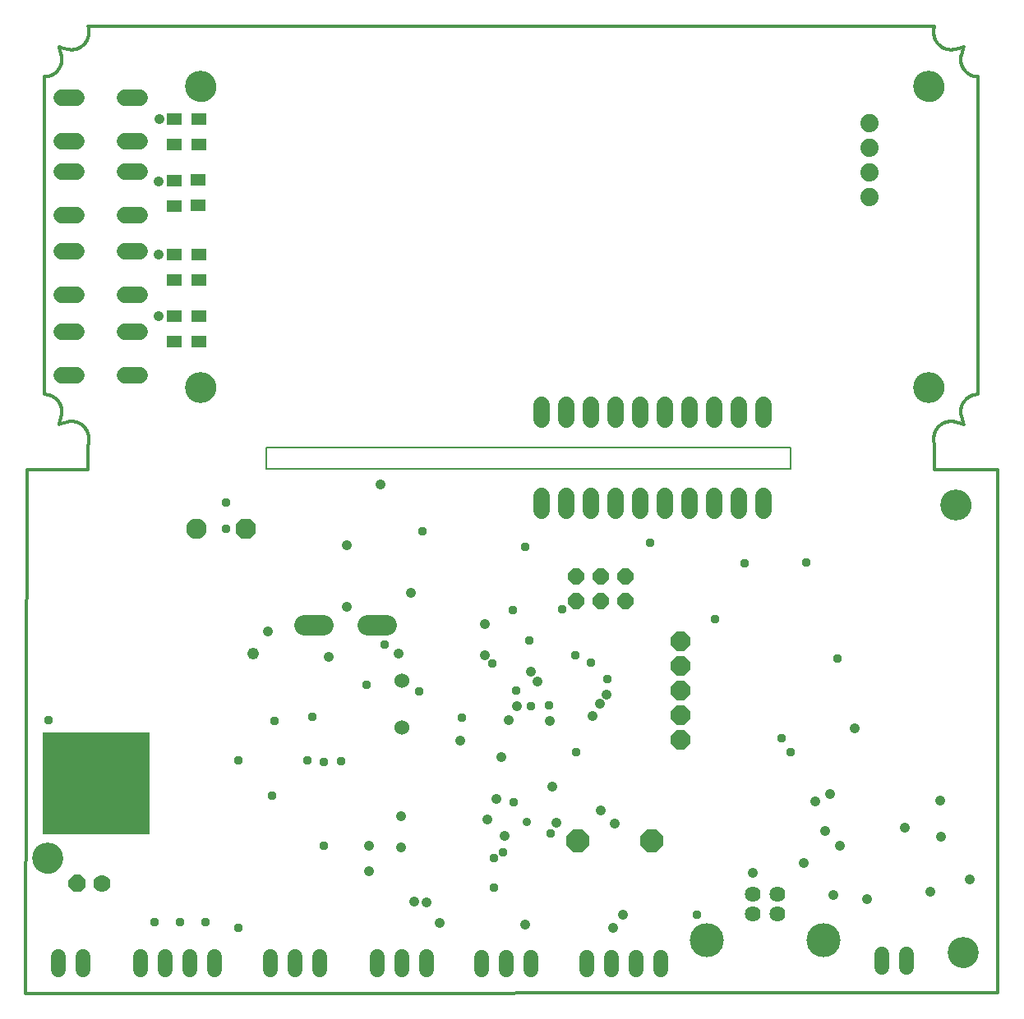
<source format=gbs>
G75*
%MOIN*%
%OFA0B0*%
%FSLAX25Y25*%
%IPPOS*%
%LPD*%
%AMOC8*
5,1,8,0,0,1.08239X$1,22.5*
%
%ADD10C,0.00591*%
%ADD11C,0.01181*%
%ADD12C,0.00600*%
%ADD13C,0.00000*%
%ADD14C,0.12611*%
%ADD15OC8,0.07000*%
%ADD16C,0.07000*%
%ADD17C,0.08300*%
%ADD18OC8,0.08300*%
%ADD19C,0.05950*%
%ADD20R,0.43320X0.41784*%
%ADD21C,0.05162*%
%ADD22C,0.08477*%
%ADD23OC8,0.07800*%
%ADD24C,0.07400*%
%ADD25C,0.06737*%
%ADD26R,0.05906X0.05118*%
%ADD27C,0.06400*%
%ADD28C,0.13800*%
%ADD29OC8,0.09300*%
%ADD30C,0.06000*%
%ADD31OC8,0.06400*%
%ADD32C,0.03778*%
%ADD33C,0.04146*%
%ADD34C,0.03581*%
%ADD35C,0.04762*%
D10*
X0017208Y0249100D02*
X0017383Y0249167D01*
X0017560Y0249231D01*
X0017738Y0249290D01*
X0017917Y0249344D01*
X0018097Y0249395D01*
X0020489Y0250035D02*
X0020655Y0250078D01*
X0020822Y0250116D01*
X0020989Y0250150D01*
X0021157Y0250180D01*
X0021326Y0250206D01*
X0021496Y0250228D01*
X0021666Y0250245D01*
X0021836Y0250259D01*
X0022007Y0250268D01*
X0022178Y0250274D01*
X0022349Y0250275D01*
X0022520Y0250272D01*
X0022690Y0250265D01*
X0022861Y0250253D01*
X0023031Y0250238D01*
X0023201Y0250218D01*
X0023370Y0250195D01*
X0023539Y0250167D01*
X0023707Y0250135D01*
X0023874Y0250099D01*
X0024040Y0250059D01*
X0024206Y0250015D01*
X0024370Y0249967D01*
X0024532Y0249915D01*
X0024694Y0249859D01*
X0024854Y0249799D01*
X0025013Y0249735D01*
X0025170Y0249667D01*
X0025325Y0249596D01*
X0025479Y0249521D01*
X0025630Y0249442D01*
X0025780Y0249360D01*
X0025928Y0249273D01*
X0026073Y0249184D01*
X0026216Y0249091D01*
X0026357Y0248994D01*
X0026496Y0248894D01*
X0026632Y0248790D01*
X0026766Y0248684D01*
X0026897Y0248574D01*
X0027025Y0248461D01*
X0027150Y0248345D01*
X0027273Y0248226D01*
X0027393Y0248103D01*
X0027509Y0247979D01*
X0027623Y0247851D01*
X0027733Y0247720D01*
X0027841Y0247587D01*
X0027945Y0247452D01*
X0028045Y0247313D01*
X0028143Y0247173D01*
X0028236Y0247030D01*
X0028327Y0246885D01*
X0028413Y0246737D01*
X0028497Y0246588D01*
X0028576Y0246437D01*
X0028652Y0246284D01*
X0028724Y0246129D01*
X0028792Y0245972D01*
X0028857Y0245813D01*
X0028917Y0245654D01*
X0028974Y0245492D01*
X0029027Y0245330D01*
X0029076Y0245166D01*
X0029120Y0245001D01*
X0029161Y0244835D01*
X0029198Y0244668D01*
X0029230Y0244500D01*
X0029259Y0244332D01*
X0029283Y0244162D01*
X0029304Y0243993D01*
X0029320Y0243822D01*
X0029332Y0243652D01*
X0029340Y0243481D01*
X0029344Y0243310D01*
X0029343Y0243139D01*
X0029344Y0243310D01*
X0029340Y0243481D01*
X0029332Y0243652D01*
X0029320Y0243822D01*
X0029304Y0243993D01*
X0029283Y0244162D01*
X0029259Y0244332D01*
X0029230Y0244500D01*
X0029198Y0244668D01*
X0029161Y0244835D01*
X0029120Y0245001D01*
X0029076Y0245166D01*
X0029027Y0245330D01*
X0028974Y0245492D01*
X0028917Y0245654D01*
X0028857Y0245813D01*
X0028792Y0245972D01*
X0028724Y0246129D01*
X0028652Y0246284D01*
X0028576Y0246437D01*
X0028497Y0246588D01*
X0028413Y0246737D01*
X0028327Y0246885D01*
X0028236Y0247030D01*
X0028143Y0247173D01*
X0028045Y0247313D01*
X0027945Y0247452D01*
X0027841Y0247587D01*
X0027733Y0247720D01*
X0027623Y0247851D01*
X0027509Y0247979D01*
X0027393Y0248103D01*
X0027273Y0248226D01*
X0027150Y0248345D01*
X0027025Y0248461D01*
X0026897Y0248574D01*
X0026766Y0248684D01*
X0026632Y0248790D01*
X0026496Y0248894D01*
X0026357Y0248994D01*
X0026216Y0249091D01*
X0026073Y0249184D01*
X0025928Y0249273D01*
X0025780Y0249360D01*
X0025630Y0249442D01*
X0025479Y0249521D01*
X0025325Y0249596D01*
X0025170Y0249667D01*
X0025013Y0249735D01*
X0024854Y0249799D01*
X0024694Y0249859D01*
X0024532Y0249915D01*
X0024370Y0249967D01*
X0024206Y0250015D01*
X0024040Y0250059D01*
X0023874Y0250099D01*
X0023707Y0250135D01*
X0023539Y0250167D01*
X0023370Y0250195D01*
X0023201Y0250218D01*
X0023031Y0250238D01*
X0022861Y0250253D01*
X0022690Y0250265D01*
X0022520Y0250272D01*
X0022349Y0250275D01*
X0022178Y0250274D01*
X0022007Y0250268D01*
X0021836Y0250259D01*
X0021666Y0250245D01*
X0021496Y0250228D01*
X0021326Y0250206D01*
X0021157Y0250180D01*
X0020989Y0250150D01*
X0020822Y0250116D01*
X0020655Y0250078D01*
X0020489Y0250035D01*
X0020655Y0250078D01*
X0020822Y0250116D01*
X0020989Y0250150D01*
X0021157Y0250180D01*
X0021326Y0250206D01*
X0021496Y0250228D01*
X0021666Y0250245D01*
X0021836Y0250259D01*
X0022007Y0250268D01*
X0022178Y0250274D01*
X0022349Y0250275D01*
X0022520Y0250272D01*
X0022690Y0250265D01*
X0022861Y0250253D01*
X0023031Y0250238D01*
X0023201Y0250218D01*
X0023370Y0250195D01*
X0023539Y0250167D01*
X0023707Y0250135D01*
X0023874Y0250099D01*
X0024040Y0250059D01*
X0024206Y0250015D01*
X0024370Y0249967D01*
X0024532Y0249915D01*
X0024694Y0249859D01*
X0024854Y0249799D01*
X0025013Y0249735D01*
X0025170Y0249667D01*
X0025325Y0249596D01*
X0025479Y0249521D01*
X0025630Y0249442D01*
X0025780Y0249360D01*
X0025928Y0249273D01*
X0026073Y0249184D01*
X0026216Y0249091D01*
X0026357Y0248994D01*
X0026496Y0248894D01*
X0026632Y0248790D01*
X0026766Y0248684D01*
X0026897Y0248574D01*
X0027025Y0248461D01*
X0027150Y0248345D01*
X0027273Y0248226D01*
X0027393Y0248103D01*
X0027509Y0247979D01*
X0027623Y0247851D01*
X0027733Y0247720D01*
X0027841Y0247587D01*
X0027945Y0247452D01*
X0028045Y0247313D01*
X0028143Y0247173D01*
X0028236Y0247030D01*
X0028327Y0246885D01*
X0028413Y0246737D01*
X0028497Y0246588D01*
X0028576Y0246437D01*
X0028652Y0246284D01*
X0028724Y0246129D01*
X0028792Y0245972D01*
X0028857Y0245813D01*
X0028917Y0245654D01*
X0028974Y0245492D01*
X0029027Y0245330D01*
X0029076Y0245166D01*
X0029120Y0245001D01*
X0029161Y0244835D01*
X0029198Y0244668D01*
X0029230Y0244500D01*
X0029259Y0244332D01*
X0029283Y0244162D01*
X0029304Y0243993D01*
X0029320Y0243822D01*
X0029332Y0243652D01*
X0029340Y0243481D01*
X0029344Y0243310D01*
X0029343Y0243139D01*
X0018097Y0249395D02*
X0017917Y0249344D01*
X0017738Y0249290D01*
X0017560Y0249231D01*
X0017383Y0249167D01*
X0017208Y0249100D01*
X0018144Y0252380D02*
X0018187Y0252546D01*
X0018225Y0252713D01*
X0018259Y0252880D01*
X0018289Y0253048D01*
X0018315Y0253217D01*
X0018337Y0253387D01*
X0018354Y0253557D01*
X0018368Y0253727D01*
X0018377Y0253898D01*
X0018383Y0254069D01*
X0018384Y0254240D01*
X0018381Y0254411D01*
X0018374Y0254581D01*
X0018362Y0254752D01*
X0018347Y0254922D01*
X0018327Y0255092D01*
X0018304Y0255261D01*
X0018276Y0255430D01*
X0018244Y0255598D01*
X0018208Y0255765D01*
X0018168Y0255931D01*
X0018124Y0256097D01*
X0018076Y0256261D01*
X0018024Y0256423D01*
X0017968Y0256585D01*
X0017908Y0256745D01*
X0017844Y0256904D01*
X0017776Y0257061D01*
X0017705Y0257216D01*
X0017630Y0257370D01*
X0017551Y0257521D01*
X0017469Y0257671D01*
X0017382Y0257819D01*
X0017293Y0257964D01*
X0017200Y0258107D01*
X0017103Y0258248D01*
X0017003Y0258387D01*
X0016899Y0258523D01*
X0016793Y0258657D01*
X0016683Y0258788D01*
X0016570Y0258916D01*
X0016454Y0259041D01*
X0016335Y0259164D01*
X0016212Y0259284D01*
X0016088Y0259400D01*
X0015960Y0259514D01*
X0015829Y0259624D01*
X0015696Y0259732D01*
X0015561Y0259836D01*
X0015422Y0259936D01*
X0015282Y0260034D01*
X0015139Y0260127D01*
X0014994Y0260218D01*
X0014846Y0260304D01*
X0014697Y0260388D01*
X0014546Y0260467D01*
X0014393Y0260543D01*
X0014238Y0260615D01*
X0014081Y0260683D01*
X0013922Y0260748D01*
X0013763Y0260808D01*
X0013601Y0260865D01*
X0013439Y0260918D01*
X0013275Y0260967D01*
X0013110Y0261011D01*
X0012944Y0261052D01*
X0012777Y0261089D01*
X0012609Y0261121D01*
X0012441Y0261150D01*
X0012271Y0261174D01*
X0012102Y0261195D01*
X0011931Y0261211D01*
X0011761Y0261223D01*
X0011590Y0261231D01*
X0011419Y0261235D01*
X0011248Y0261234D01*
X0011419Y0261235D01*
X0011590Y0261231D01*
X0011761Y0261223D01*
X0011931Y0261211D01*
X0012102Y0261195D01*
X0012271Y0261174D01*
X0012441Y0261150D01*
X0012609Y0261121D01*
X0012777Y0261089D01*
X0012944Y0261052D01*
X0013110Y0261011D01*
X0013275Y0260967D01*
X0013439Y0260918D01*
X0013601Y0260865D01*
X0013763Y0260808D01*
X0013922Y0260748D01*
X0014081Y0260683D01*
X0014238Y0260615D01*
X0014393Y0260543D01*
X0014546Y0260467D01*
X0014697Y0260388D01*
X0014846Y0260304D01*
X0014994Y0260218D01*
X0015139Y0260127D01*
X0015282Y0260034D01*
X0015422Y0259936D01*
X0015561Y0259836D01*
X0015696Y0259732D01*
X0015829Y0259624D01*
X0015960Y0259514D01*
X0016088Y0259400D01*
X0016212Y0259284D01*
X0016335Y0259164D01*
X0016454Y0259041D01*
X0016570Y0258916D01*
X0016683Y0258788D01*
X0016793Y0258657D01*
X0016899Y0258523D01*
X0017003Y0258387D01*
X0017103Y0258248D01*
X0017200Y0258107D01*
X0017293Y0257964D01*
X0017382Y0257819D01*
X0017469Y0257671D01*
X0017551Y0257521D01*
X0017630Y0257370D01*
X0017705Y0257216D01*
X0017776Y0257061D01*
X0017844Y0256904D01*
X0017908Y0256745D01*
X0017968Y0256585D01*
X0018024Y0256423D01*
X0018076Y0256261D01*
X0018124Y0256097D01*
X0018168Y0255931D01*
X0018208Y0255765D01*
X0018244Y0255598D01*
X0018276Y0255430D01*
X0018304Y0255261D01*
X0018327Y0255092D01*
X0018347Y0254922D01*
X0018362Y0254752D01*
X0018374Y0254581D01*
X0018381Y0254411D01*
X0018384Y0254240D01*
X0018383Y0254069D01*
X0018377Y0253898D01*
X0018368Y0253727D01*
X0018354Y0253557D01*
X0018337Y0253387D01*
X0018315Y0253217D01*
X0018289Y0253048D01*
X0018259Y0252880D01*
X0018225Y0252713D01*
X0018187Y0252546D01*
X0018144Y0252380D01*
X0018187Y0252546D01*
X0018225Y0252713D01*
X0018259Y0252880D01*
X0018289Y0253048D01*
X0018315Y0253217D01*
X0018337Y0253387D01*
X0018354Y0253557D01*
X0018368Y0253727D01*
X0018377Y0253898D01*
X0018383Y0254069D01*
X0018384Y0254240D01*
X0018381Y0254411D01*
X0018374Y0254581D01*
X0018362Y0254752D01*
X0018347Y0254922D01*
X0018327Y0255092D01*
X0018304Y0255261D01*
X0018276Y0255430D01*
X0018244Y0255598D01*
X0018208Y0255765D01*
X0018168Y0255931D01*
X0018124Y0256097D01*
X0018076Y0256261D01*
X0018024Y0256423D01*
X0017968Y0256585D01*
X0017908Y0256745D01*
X0017844Y0256904D01*
X0017776Y0257061D01*
X0017705Y0257216D01*
X0017630Y0257370D01*
X0017551Y0257521D01*
X0017469Y0257671D01*
X0017382Y0257819D01*
X0017293Y0257964D01*
X0017200Y0258107D01*
X0017103Y0258248D01*
X0017003Y0258387D01*
X0016899Y0258523D01*
X0016793Y0258657D01*
X0016683Y0258788D01*
X0016570Y0258916D01*
X0016454Y0259041D01*
X0016335Y0259164D01*
X0016212Y0259284D01*
X0016088Y0259400D01*
X0015960Y0259514D01*
X0015829Y0259624D01*
X0015696Y0259732D01*
X0015561Y0259836D01*
X0015422Y0259936D01*
X0015282Y0260034D01*
X0015139Y0260127D01*
X0014994Y0260218D01*
X0014846Y0260304D01*
X0014697Y0260388D01*
X0014546Y0260467D01*
X0014393Y0260543D01*
X0014238Y0260615D01*
X0014081Y0260683D01*
X0013922Y0260748D01*
X0013763Y0260808D01*
X0013601Y0260865D01*
X0013439Y0260918D01*
X0013275Y0260967D01*
X0013110Y0261011D01*
X0012944Y0261052D01*
X0012777Y0261089D01*
X0012609Y0261121D01*
X0012441Y0261150D01*
X0012271Y0261174D01*
X0012102Y0261195D01*
X0011931Y0261211D01*
X0011761Y0261223D01*
X0011590Y0261231D01*
X0011419Y0261235D01*
X0011248Y0261234D01*
X0017503Y0249989D02*
X0017452Y0249809D01*
X0017398Y0249629D01*
X0017339Y0249452D01*
X0017275Y0249275D01*
X0017208Y0249100D01*
X0017275Y0249275D01*
X0017339Y0249452D01*
X0017398Y0249629D01*
X0017452Y0249809D01*
X0017503Y0249989D01*
X0017452Y0249809D01*
X0017398Y0249629D01*
X0017339Y0249452D01*
X0017275Y0249275D01*
X0017208Y0249100D01*
X0017383Y0249167D01*
X0017560Y0249231D01*
X0017738Y0249290D01*
X0017917Y0249344D01*
X0018097Y0249395D01*
X0029342Y0243140D02*
X0029331Y0242716D01*
X0029310Y0242293D01*
X0029279Y0241871D01*
X0029237Y0241449D01*
X0029186Y0241028D01*
X0029125Y0240609D01*
X0029186Y0241028D01*
X0029237Y0241449D01*
X0029279Y0241871D01*
X0029310Y0242293D01*
X0029331Y0242716D01*
X0029342Y0243140D01*
X0029331Y0242716D01*
X0029310Y0242293D01*
X0029279Y0241871D01*
X0029237Y0241449D01*
X0029186Y0241028D01*
X0029125Y0240609D01*
X0011248Y0390192D02*
X0011419Y0390191D01*
X0011590Y0390195D01*
X0011761Y0390203D01*
X0011931Y0390215D01*
X0012102Y0390231D01*
X0012271Y0390252D01*
X0012441Y0390276D01*
X0012609Y0390305D01*
X0012777Y0390337D01*
X0012944Y0390374D01*
X0013110Y0390415D01*
X0013275Y0390459D01*
X0013439Y0390508D01*
X0013601Y0390561D01*
X0013763Y0390618D01*
X0013922Y0390678D01*
X0014081Y0390743D01*
X0014238Y0390811D01*
X0014393Y0390883D01*
X0014546Y0390959D01*
X0014697Y0391038D01*
X0014846Y0391122D01*
X0014994Y0391208D01*
X0015139Y0391299D01*
X0015282Y0391392D01*
X0015422Y0391490D01*
X0015561Y0391590D01*
X0015696Y0391694D01*
X0015829Y0391802D01*
X0015960Y0391912D01*
X0016088Y0392026D01*
X0016212Y0392142D01*
X0016335Y0392262D01*
X0016454Y0392385D01*
X0016570Y0392510D01*
X0016683Y0392638D01*
X0016793Y0392769D01*
X0016899Y0392903D01*
X0017003Y0393039D01*
X0017103Y0393178D01*
X0017200Y0393319D01*
X0017293Y0393462D01*
X0017382Y0393607D01*
X0017469Y0393755D01*
X0017551Y0393905D01*
X0017630Y0394056D01*
X0017705Y0394210D01*
X0017776Y0394365D01*
X0017844Y0394522D01*
X0017908Y0394681D01*
X0017968Y0394841D01*
X0018024Y0395003D01*
X0018076Y0395165D01*
X0018124Y0395329D01*
X0018168Y0395495D01*
X0018208Y0395661D01*
X0018244Y0395828D01*
X0018276Y0395996D01*
X0018304Y0396165D01*
X0018327Y0396334D01*
X0018347Y0396504D01*
X0018362Y0396674D01*
X0018374Y0396845D01*
X0018381Y0397015D01*
X0018384Y0397186D01*
X0018383Y0397357D01*
X0018377Y0397528D01*
X0018368Y0397699D01*
X0018354Y0397869D01*
X0018337Y0398039D01*
X0018315Y0398209D01*
X0018289Y0398378D01*
X0018259Y0398546D01*
X0018225Y0398713D01*
X0018187Y0398880D01*
X0018144Y0399046D01*
X0018187Y0398880D01*
X0018225Y0398713D01*
X0018259Y0398546D01*
X0018289Y0398378D01*
X0018315Y0398209D01*
X0018337Y0398039D01*
X0018354Y0397869D01*
X0018368Y0397699D01*
X0018377Y0397528D01*
X0018383Y0397357D01*
X0018384Y0397186D01*
X0018381Y0397015D01*
X0018374Y0396845D01*
X0018362Y0396674D01*
X0018347Y0396504D01*
X0018327Y0396334D01*
X0018304Y0396165D01*
X0018276Y0395996D01*
X0018244Y0395828D01*
X0018208Y0395661D01*
X0018168Y0395495D01*
X0018124Y0395329D01*
X0018076Y0395165D01*
X0018024Y0395003D01*
X0017968Y0394841D01*
X0017908Y0394681D01*
X0017844Y0394522D01*
X0017776Y0394365D01*
X0017705Y0394210D01*
X0017630Y0394056D01*
X0017551Y0393905D01*
X0017469Y0393755D01*
X0017382Y0393607D01*
X0017293Y0393462D01*
X0017200Y0393319D01*
X0017103Y0393178D01*
X0017003Y0393039D01*
X0016899Y0392903D01*
X0016793Y0392769D01*
X0016683Y0392638D01*
X0016570Y0392510D01*
X0016454Y0392385D01*
X0016335Y0392262D01*
X0016212Y0392142D01*
X0016088Y0392026D01*
X0015960Y0391912D01*
X0015829Y0391802D01*
X0015696Y0391694D01*
X0015561Y0391590D01*
X0015422Y0391490D01*
X0015282Y0391392D01*
X0015139Y0391299D01*
X0014994Y0391208D01*
X0014846Y0391122D01*
X0014697Y0391038D01*
X0014546Y0390959D01*
X0014393Y0390883D01*
X0014238Y0390811D01*
X0014081Y0390743D01*
X0013922Y0390678D01*
X0013763Y0390618D01*
X0013601Y0390561D01*
X0013439Y0390508D01*
X0013275Y0390459D01*
X0013110Y0390415D01*
X0012944Y0390374D01*
X0012777Y0390337D01*
X0012609Y0390305D01*
X0012441Y0390276D01*
X0012271Y0390252D01*
X0012102Y0390231D01*
X0011931Y0390215D01*
X0011761Y0390203D01*
X0011590Y0390195D01*
X0011419Y0390191D01*
X0011248Y0390192D01*
X0011419Y0390191D01*
X0011590Y0390195D01*
X0011761Y0390203D01*
X0011931Y0390215D01*
X0012102Y0390231D01*
X0012271Y0390252D01*
X0012441Y0390276D01*
X0012609Y0390305D01*
X0012777Y0390337D01*
X0012944Y0390374D01*
X0013110Y0390415D01*
X0013275Y0390459D01*
X0013439Y0390508D01*
X0013601Y0390561D01*
X0013763Y0390618D01*
X0013922Y0390678D01*
X0014081Y0390743D01*
X0014238Y0390811D01*
X0014393Y0390883D01*
X0014546Y0390959D01*
X0014697Y0391038D01*
X0014846Y0391122D01*
X0014994Y0391208D01*
X0015139Y0391299D01*
X0015282Y0391392D01*
X0015422Y0391490D01*
X0015561Y0391590D01*
X0015696Y0391694D01*
X0015829Y0391802D01*
X0015960Y0391912D01*
X0016088Y0392026D01*
X0016212Y0392142D01*
X0016335Y0392262D01*
X0016454Y0392385D01*
X0016570Y0392510D01*
X0016683Y0392638D01*
X0016793Y0392769D01*
X0016899Y0392903D01*
X0017003Y0393039D01*
X0017103Y0393178D01*
X0017200Y0393319D01*
X0017293Y0393462D01*
X0017382Y0393607D01*
X0017469Y0393755D01*
X0017551Y0393905D01*
X0017630Y0394056D01*
X0017705Y0394210D01*
X0017776Y0394365D01*
X0017844Y0394522D01*
X0017908Y0394681D01*
X0017968Y0394841D01*
X0018024Y0395003D01*
X0018076Y0395165D01*
X0018124Y0395329D01*
X0018168Y0395495D01*
X0018208Y0395661D01*
X0018244Y0395828D01*
X0018276Y0395996D01*
X0018304Y0396165D01*
X0018327Y0396334D01*
X0018347Y0396504D01*
X0018362Y0396674D01*
X0018374Y0396845D01*
X0018381Y0397015D01*
X0018384Y0397186D01*
X0018383Y0397357D01*
X0018377Y0397528D01*
X0018368Y0397699D01*
X0018354Y0397869D01*
X0018337Y0398039D01*
X0018315Y0398209D01*
X0018289Y0398378D01*
X0018259Y0398546D01*
X0018225Y0398713D01*
X0018187Y0398880D01*
X0018144Y0399046D01*
X0017503Y0401437D02*
X0017452Y0401617D01*
X0017398Y0401797D01*
X0017339Y0401974D01*
X0017275Y0402151D01*
X0017208Y0402326D01*
X0020489Y0401390D02*
X0020655Y0401347D01*
X0020822Y0401309D01*
X0020989Y0401275D01*
X0021157Y0401245D01*
X0021326Y0401219D01*
X0021496Y0401197D01*
X0021666Y0401180D01*
X0021836Y0401166D01*
X0022007Y0401157D01*
X0022178Y0401151D01*
X0022349Y0401150D01*
X0022520Y0401153D01*
X0022690Y0401160D01*
X0022861Y0401172D01*
X0023031Y0401187D01*
X0023201Y0401207D01*
X0023370Y0401230D01*
X0023539Y0401258D01*
X0023707Y0401290D01*
X0023874Y0401326D01*
X0024040Y0401366D01*
X0024206Y0401410D01*
X0024370Y0401458D01*
X0024532Y0401510D01*
X0024694Y0401566D01*
X0024854Y0401626D01*
X0025013Y0401690D01*
X0025170Y0401758D01*
X0025325Y0401829D01*
X0025479Y0401904D01*
X0025630Y0401983D01*
X0025780Y0402065D01*
X0025928Y0402152D01*
X0026073Y0402241D01*
X0026216Y0402334D01*
X0026357Y0402431D01*
X0026496Y0402531D01*
X0026632Y0402635D01*
X0026766Y0402741D01*
X0026897Y0402851D01*
X0027025Y0402964D01*
X0027150Y0403080D01*
X0027273Y0403199D01*
X0027393Y0403322D01*
X0027509Y0403446D01*
X0027623Y0403574D01*
X0027733Y0403705D01*
X0027841Y0403838D01*
X0027945Y0403974D01*
X0028045Y0404112D01*
X0028143Y0404252D01*
X0028236Y0404395D01*
X0028327Y0404540D01*
X0028413Y0404688D01*
X0028497Y0404837D01*
X0028576Y0404988D01*
X0028652Y0405141D01*
X0028724Y0405296D01*
X0028792Y0405453D01*
X0028857Y0405612D01*
X0028917Y0405771D01*
X0028974Y0405933D01*
X0029027Y0406095D01*
X0029076Y0406259D01*
X0029120Y0406424D01*
X0029161Y0406590D01*
X0029198Y0406757D01*
X0029230Y0406925D01*
X0029259Y0407093D01*
X0029283Y0407263D01*
X0029304Y0407432D01*
X0029320Y0407603D01*
X0029332Y0407773D01*
X0029340Y0407944D01*
X0029344Y0408115D01*
X0029343Y0408286D01*
X0029344Y0408115D01*
X0029340Y0407944D01*
X0029332Y0407773D01*
X0029320Y0407603D01*
X0029304Y0407432D01*
X0029283Y0407263D01*
X0029259Y0407093D01*
X0029230Y0406925D01*
X0029198Y0406757D01*
X0029161Y0406590D01*
X0029120Y0406424D01*
X0029076Y0406259D01*
X0029027Y0406095D01*
X0028974Y0405933D01*
X0028917Y0405771D01*
X0028857Y0405612D01*
X0028792Y0405453D01*
X0028724Y0405296D01*
X0028652Y0405141D01*
X0028576Y0404988D01*
X0028497Y0404837D01*
X0028413Y0404688D01*
X0028327Y0404540D01*
X0028236Y0404395D01*
X0028143Y0404252D01*
X0028045Y0404112D01*
X0027945Y0403974D01*
X0027841Y0403838D01*
X0027733Y0403705D01*
X0027623Y0403574D01*
X0027509Y0403446D01*
X0027393Y0403322D01*
X0027273Y0403199D01*
X0027150Y0403080D01*
X0027025Y0402964D01*
X0026897Y0402851D01*
X0026766Y0402741D01*
X0026632Y0402635D01*
X0026496Y0402531D01*
X0026357Y0402431D01*
X0026216Y0402334D01*
X0026073Y0402241D01*
X0025928Y0402152D01*
X0025780Y0402065D01*
X0025630Y0401983D01*
X0025479Y0401904D01*
X0025325Y0401829D01*
X0025170Y0401758D01*
X0025013Y0401690D01*
X0024854Y0401626D01*
X0024694Y0401566D01*
X0024532Y0401510D01*
X0024370Y0401458D01*
X0024206Y0401410D01*
X0024040Y0401366D01*
X0023874Y0401326D01*
X0023707Y0401290D01*
X0023539Y0401258D01*
X0023370Y0401230D01*
X0023201Y0401207D01*
X0023031Y0401187D01*
X0022861Y0401172D01*
X0022690Y0401160D01*
X0022520Y0401153D01*
X0022349Y0401150D01*
X0022178Y0401151D01*
X0022007Y0401157D01*
X0021836Y0401166D01*
X0021666Y0401180D01*
X0021496Y0401197D01*
X0021326Y0401219D01*
X0021157Y0401245D01*
X0020989Y0401275D01*
X0020822Y0401309D01*
X0020655Y0401347D01*
X0020489Y0401390D01*
X0020655Y0401347D01*
X0020822Y0401309D01*
X0020989Y0401275D01*
X0021157Y0401245D01*
X0021326Y0401219D01*
X0021496Y0401197D01*
X0021666Y0401180D01*
X0021836Y0401166D01*
X0022007Y0401157D01*
X0022178Y0401151D01*
X0022349Y0401150D01*
X0022520Y0401153D01*
X0022690Y0401160D01*
X0022861Y0401172D01*
X0023031Y0401187D01*
X0023201Y0401207D01*
X0023370Y0401230D01*
X0023539Y0401258D01*
X0023707Y0401290D01*
X0023874Y0401326D01*
X0024040Y0401366D01*
X0024206Y0401410D01*
X0024370Y0401458D01*
X0024532Y0401510D01*
X0024694Y0401566D01*
X0024854Y0401626D01*
X0025013Y0401690D01*
X0025170Y0401758D01*
X0025325Y0401829D01*
X0025479Y0401904D01*
X0025630Y0401983D01*
X0025780Y0402065D01*
X0025928Y0402152D01*
X0026073Y0402241D01*
X0026216Y0402334D01*
X0026357Y0402431D01*
X0026496Y0402531D01*
X0026632Y0402635D01*
X0026766Y0402741D01*
X0026897Y0402851D01*
X0027025Y0402964D01*
X0027150Y0403080D01*
X0027273Y0403199D01*
X0027393Y0403322D01*
X0027509Y0403446D01*
X0027623Y0403574D01*
X0027733Y0403705D01*
X0027841Y0403838D01*
X0027945Y0403974D01*
X0028045Y0404112D01*
X0028143Y0404252D01*
X0028236Y0404395D01*
X0028327Y0404540D01*
X0028413Y0404688D01*
X0028497Y0404837D01*
X0028576Y0404988D01*
X0028652Y0405141D01*
X0028724Y0405296D01*
X0028792Y0405453D01*
X0028857Y0405612D01*
X0028917Y0405771D01*
X0028974Y0405933D01*
X0029027Y0406095D01*
X0029076Y0406259D01*
X0029120Y0406424D01*
X0029161Y0406590D01*
X0029198Y0406757D01*
X0029230Y0406925D01*
X0029259Y0407093D01*
X0029283Y0407263D01*
X0029304Y0407432D01*
X0029320Y0407603D01*
X0029332Y0407773D01*
X0029340Y0407944D01*
X0029344Y0408115D01*
X0029343Y0408286D01*
X0018097Y0402031D02*
X0017917Y0402082D01*
X0017738Y0402136D01*
X0017560Y0402195D01*
X0017383Y0402259D01*
X0017208Y0402326D01*
X0017383Y0402259D01*
X0017560Y0402195D01*
X0017738Y0402136D01*
X0017917Y0402082D01*
X0018097Y0402031D01*
X0017917Y0402082D01*
X0017738Y0402136D01*
X0017560Y0402195D01*
X0017383Y0402259D01*
X0017208Y0402326D01*
X0017275Y0402151D01*
X0017339Y0401974D01*
X0017398Y0401797D01*
X0017452Y0401617D01*
X0017503Y0401437D01*
X0017452Y0401617D01*
X0017398Y0401797D01*
X0017339Y0401974D01*
X0017275Y0402151D01*
X0017208Y0402326D01*
X0029342Y0408286D02*
X0029331Y0408710D01*
X0029310Y0409133D01*
X0029279Y0409555D01*
X0029237Y0409977D01*
X0029186Y0410398D01*
X0029125Y0410817D01*
X0029186Y0410398D01*
X0029237Y0409977D01*
X0029279Y0409555D01*
X0029310Y0409133D01*
X0029331Y0408710D01*
X0029342Y0408286D01*
X0029331Y0408710D01*
X0029310Y0409133D01*
X0029279Y0409555D01*
X0029237Y0409977D01*
X0029186Y0410398D01*
X0029125Y0410817D01*
X0372043Y0408286D02*
X0372042Y0408115D01*
X0372046Y0407944D01*
X0372054Y0407773D01*
X0372066Y0407603D01*
X0372082Y0407432D01*
X0372103Y0407263D01*
X0372127Y0407093D01*
X0372156Y0406925D01*
X0372188Y0406757D01*
X0372225Y0406590D01*
X0372266Y0406424D01*
X0372310Y0406259D01*
X0372359Y0406095D01*
X0372412Y0405933D01*
X0372469Y0405771D01*
X0372529Y0405612D01*
X0372594Y0405453D01*
X0372662Y0405296D01*
X0372734Y0405141D01*
X0372810Y0404988D01*
X0372889Y0404837D01*
X0372973Y0404688D01*
X0373059Y0404540D01*
X0373150Y0404395D01*
X0373243Y0404252D01*
X0373341Y0404112D01*
X0373441Y0403974D01*
X0373545Y0403838D01*
X0373653Y0403705D01*
X0373763Y0403574D01*
X0373877Y0403446D01*
X0373993Y0403322D01*
X0374113Y0403199D01*
X0374236Y0403080D01*
X0374361Y0402964D01*
X0374489Y0402851D01*
X0374620Y0402741D01*
X0374754Y0402635D01*
X0374890Y0402531D01*
X0375029Y0402431D01*
X0375170Y0402334D01*
X0375313Y0402241D01*
X0375458Y0402152D01*
X0375606Y0402065D01*
X0375756Y0401983D01*
X0375907Y0401904D01*
X0376061Y0401829D01*
X0376216Y0401758D01*
X0376373Y0401690D01*
X0376532Y0401626D01*
X0376692Y0401566D01*
X0376854Y0401510D01*
X0377016Y0401458D01*
X0377180Y0401410D01*
X0377346Y0401366D01*
X0377512Y0401326D01*
X0377679Y0401290D01*
X0377847Y0401258D01*
X0378016Y0401230D01*
X0378185Y0401207D01*
X0378355Y0401187D01*
X0378525Y0401172D01*
X0378696Y0401160D01*
X0378866Y0401153D01*
X0379037Y0401150D01*
X0379208Y0401151D01*
X0379379Y0401157D01*
X0379550Y0401166D01*
X0379720Y0401180D01*
X0379890Y0401197D01*
X0380060Y0401219D01*
X0380229Y0401245D01*
X0380397Y0401275D01*
X0380564Y0401309D01*
X0380731Y0401347D01*
X0380897Y0401390D01*
X0380731Y0401347D01*
X0380564Y0401309D01*
X0380397Y0401275D01*
X0380229Y0401245D01*
X0380060Y0401219D01*
X0379890Y0401197D01*
X0379720Y0401180D01*
X0379550Y0401166D01*
X0379379Y0401157D01*
X0379208Y0401151D01*
X0379037Y0401150D01*
X0378866Y0401153D01*
X0378696Y0401160D01*
X0378525Y0401172D01*
X0378355Y0401187D01*
X0378185Y0401207D01*
X0378016Y0401230D01*
X0377847Y0401258D01*
X0377679Y0401290D01*
X0377512Y0401326D01*
X0377346Y0401366D01*
X0377180Y0401410D01*
X0377016Y0401458D01*
X0376854Y0401510D01*
X0376692Y0401566D01*
X0376532Y0401626D01*
X0376373Y0401690D01*
X0376216Y0401758D01*
X0376061Y0401829D01*
X0375907Y0401904D01*
X0375756Y0401983D01*
X0375606Y0402065D01*
X0375458Y0402152D01*
X0375313Y0402241D01*
X0375170Y0402334D01*
X0375029Y0402431D01*
X0374890Y0402531D01*
X0374754Y0402635D01*
X0374620Y0402741D01*
X0374489Y0402851D01*
X0374361Y0402964D01*
X0374236Y0403080D01*
X0374113Y0403199D01*
X0373993Y0403322D01*
X0373877Y0403446D01*
X0373763Y0403574D01*
X0373653Y0403705D01*
X0373545Y0403838D01*
X0373441Y0403974D01*
X0373341Y0404112D01*
X0373243Y0404252D01*
X0373150Y0404395D01*
X0373059Y0404540D01*
X0372973Y0404688D01*
X0372889Y0404837D01*
X0372810Y0404988D01*
X0372734Y0405141D01*
X0372662Y0405296D01*
X0372594Y0405453D01*
X0372529Y0405612D01*
X0372469Y0405771D01*
X0372412Y0405933D01*
X0372359Y0406095D01*
X0372310Y0406259D01*
X0372266Y0406424D01*
X0372225Y0406590D01*
X0372188Y0406757D01*
X0372156Y0406925D01*
X0372127Y0407093D01*
X0372103Y0407263D01*
X0372082Y0407432D01*
X0372066Y0407603D01*
X0372054Y0407773D01*
X0372046Y0407944D01*
X0372042Y0408115D01*
X0372043Y0408286D01*
X0372042Y0408115D01*
X0372046Y0407944D01*
X0372054Y0407773D01*
X0372066Y0407603D01*
X0372082Y0407432D01*
X0372103Y0407263D01*
X0372127Y0407093D01*
X0372156Y0406925D01*
X0372188Y0406757D01*
X0372225Y0406590D01*
X0372266Y0406424D01*
X0372310Y0406259D01*
X0372359Y0406095D01*
X0372412Y0405933D01*
X0372469Y0405771D01*
X0372529Y0405612D01*
X0372594Y0405453D01*
X0372662Y0405296D01*
X0372734Y0405141D01*
X0372810Y0404988D01*
X0372889Y0404837D01*
X0372973Y0404688D01*
X0373059Y0404540D01*
X0373150Y0404395D01*
X0373243Y0404252D01*
X0373341Y0404112D01*
X0373441Y0403974D01*
X0373545Y0403838D01*
X0373653Y0403705D01*
X0373763Y0403574D01*
X0373877Y0403446D01*
X0373993Y0403322D01*
X0374113Y0403199D01*
X0374236Y0403080D01*
X0374361Y0402964D01*
X0374489Y0402851D01*
X0374620Y0402741D01*
X0374754Y0402635D01*
X0374890Y0402531D01*
X0375029Y0402431D01*
X0375170Y0402334D01*
X0375313Y0402241D01*
X0375458Y0402152D01*
X0375606Y0402065D01*
X0375756Y0401983D01*
X0375907Y0401904D01*
X0376061Y0401829D01*
X0376216Y0401758D01*
X0376373Y0401690D01*
X0376532Y0401626D01*
X0376692Y0401566D01*
X0376854Y0401510D01*
X0377016Y0401458D01*
X0377180Y0401410D01*
X0377346Y0401366D01*
X0377512Y0401326D01*
X0377679Y0401290D01*
X0377847Y0401258D01*
X0378016Y0401230D01*
X0378185Y0401207D01*
X0378355Y0401187D01*
X0378525Y0401172D01*
X0378696Y0401160D01*
X0378866Y0401153D01*
X0379037Y0401150D01*
X0379208Y0401151D01*
X0379379Y0401157D01*
X0379550Y0401166D01*
X0379720Y0401180D01*
X0379890Y0401197D01*
X0380060Y0401219D01*
X0380229Y0401245D01*
X0380397Y0401275D01*
X0380564Y0401309D01*
X0380731Y0401347D01*
X0380897Y0401390D01*
X0383289Y0402031D02*
X0383469Y0402082D01*
X0383648Y0402136D01*
X0383826Y0402195D01*
X0384003Y0402259D01*
X0384178Y0402326D01*
X0383242Y0399046D02*
X0383199Y0398880D01*
X0383161Y0398713D01*
X0383127Y0398546D01*
X0383097Y0398378D01*
X0383071Y0398209D01*
X0383049Y0398039D01*
X0383032Y0397869D01*
X0383018Y0397699D01*
X0383009Y0397528D01*
X0383003Y0397357D01*
X0383002Y0397186D01*
X0383005Y0397015D01*
X0383012Y0396845D01*
X0383024Y0396674D01*
X0383039Y0396504D01*
X0383059Y0396334D01*
X0383082Y0396165D01*
X0383110Y0395996D01*
X0383142Y0395828D01*
X0383178Y0395661D01*
X0383218Y0395495D01*
X0383262Y0395329D01*
X0383310Y0395165D01*
X0383362Y0395003D01*
X0383418Y0394841D01*
X0383478Y0394681D01*
X0383542Y0394522D01*
X0383610Y0394365D01*
X0383681Y0394210D01*
X0383756Y0394056D01*
X0383835Y0393905D01*
X0383917Y0393755D01*
X0384004Y0393607D01*
X0384093Y0393462D01*
X0384186Y0393319D01*
X0384283Y0393178D01*
X0384383Y0393039D01*
X0384487Y0392903D01*
X0384593Y0392769D01*
X0384703Y0392638D01*
X0384816Y0392510D01*
X0384932Y0392385D01*
X0385051Y0392262D01*
X0385174Y0392142D01*
X0385298Y0392026D01*
X0385426Y0391912D01*
X0385557Y0391802D01*
X0385690Y0391694D01*
X0385825Y0391590D01*
X0385964Y0391490D01*
X0386104Y0391392D01*
X0386247Y0391299D01*
X0386392Y0391208D01*
X0386540Y0391122D01*
X0386689Y0391038D01*
X0386840Y0390959D01*
X0386993Y0390883D01*
X0387148Y0390811D01*
X0387305Y0390743D01*
X0387464Y0390678D01*
X0387623Y0390618D01*
X0387785Y0390561D01*
X0387947Y0390508D01*
X0388111Y0390459D01*
X0388276Y0390415D01*
X0388442Y0390374D01*
X0388609Y0390337D01*
X0388777Y0390305D01*
X0388945Y0390276D01*
X0389115Y0390252D01*
X0389284Y0390231D01*
X0389455Y0390215D01*
X0389625Y0390203D01*
X0389796Y0390195D01*
X0389967Y0390191D01*
X0390138Y0390192D01*
X0389967Y0390191D01*
X0389796Y0390195D01*
X0389625Y0390203D01*
X0389455Y0390215D01*
X0389284Y0390231D01*
X0389115Y0390252D01*
X0388945Y0390276D01*
X0388777Y0390305D01*
X0388609Y0390337D01*
X0388442Y0390374D01*
X0388276Y0390415D01*
X0388111Y0390459D01*
X0387947Y0390508D01*
X0387785Y0390561D01*
X0387623Y0390618D01*
X0387464Y0390678D01*
X0387305Y0390743D01*
X0387148Y0390811D01*
X0386993Y0390883D01*
X0386840Y0390959D01*
X0386689Y0391038D01*
X0386540Y0391122D01*
X0386392Y0391208D01*
X0386247Y0391299D01*
X0386104Y0391392D01*
X0385964Y0391490D01*
X0385825Y0391590D01*
X0385690Y0391694D01*
X0385557Y0391802D01*
X0385426Y0391912D01*
X0385298Y0392026D01*
X0385174Y0392142D01*
X0385051Y0392262D01*
X0384932Y0392385D01*
X0384816Y0392510D01*
X0384703Y0392638D01*
X0384593Y0392769D01*
X0384487Y0392903D01*
X0384383Y0393039D01*
X0384283Y0393178D01*
X0384186Y0393319D01*
X0384093Y0393462D01*
X0384004Y0393607D01*
X0383917Y0393755D01*
X0383835Y0393905D01*
X0383756Y0394056D01*
X0383681Y0394210D01*
X0383610Y0394365D01*
X0383542Y0394522D01*
X0383478Y0394681D01*
X0383418Y0394841D01*
X0383362Y0395003D01*
X0383310Y0395165D01*
X0383262Y0395329D01*
X0383218Y0395495D01*
X0383178Y0395661D01*
X0383142Y0395828D01*
X0383110Y0395996D01*
X0383082Y0396165D01*
X0383059Y0396334D01*
X0383039Y0396504D01*
X0383024Y0396674D01*
X0383012Y0396845D01*
X0383005Y0397015D01*
X0383002Y0397186D01*
X0383003Y0397357D01*
X0383009Y0397528D01*
X0383018Y0397699D01*
X0383032Y0397869D01*
X0383049Y0398039D01*
X0383071Y0398209D01*
X0383097Y0398378D01*
X0383127Y0398546D01*
X0383161Y0398713D01*
X0383199Y0398880D01*
X0383242Y0399046D01*
X0383199Y0398880D01*
X0383161Y0398713D01*
X0383127Y0398546D01*
X0383097Y0398378D01*
X0383071Y0398209D01*
X0383049Y0398039D01*
X0383032Y0397869D01*
X0383018Y0397699D01*
X0383009Y0397528D01*
X0383003Y0397357D01*
X0383002Y0397186D01*
X0383005Y0397015D01*
X0383012Y0396845D01*
X0383024Y0396674D01*
X0383039Y0396504D01*
X0383059Y0396334D01*
X0383082Y0396165D01*
X0383110Y0395996D01*
X0383142Y0395828D01*
X0383178Y0395661D01*
X0383218Y0395495D01*
X0383262Y0395329D01*
X0383310Y0395165D01*
X0383362Y0395003D01*
X0383418Y0394841D01*
X0383478Y0394681D01*
X0383542Y0394522D01*
X0383610Y0394365D01*
X0383681Y0394210D01*
X0383756Y0394056D01*
X0383835Y0393905D01*
X0383917Y0393755D01*
X0384004Y0393607D01*
X0384093Y0393462D01*
X0384186Y0393319D01*
X0384283Y0393178D01*
X0384383Y0393039D01*
X0384487Y0392903D01*
X0384593Y0392769D01*
X0384703Y0392638D01*
X0384816Y0392510D01*
X0384932Y0392385D01*
X0385051Y0392262D01*
X0385174Y0392142D01*
X0385298Y0392026D01*
X0385426Y0391912D01*
X0385557Y0391802D01*
X0385690Y0391694D01*
X0385825Y0391590D01*
X0385964Y0391490D01*
X0386104Y0391392D01*
X0386247Y0391299D01*
X0386392Y0391208D01*
X0386540Y0391122D01*
X0386689Y0391038D01*
X0386840Y0390959D01*
X0386993Y0390883D01*
X0387148Y0390811D01*
X0387305Y0390743D01*
X0387464Y0390678D01*
X0387623Y0390618D01*
X0387785Y0390561D01*
X0387947Y0390508D01*
X0388111Y0390459D01*
X0388276Y0390415D01*
X0388442Y0390374D01*
X0388609Y0390337D01*
X0388777Y0390305D01*
X0388945Y0390276D01*
X0389115Y0390252D01*
X0389284Y0390231D01*
X0389455Y0390215D01*
X0389625Y0390203D01*
X0389796Y0390195D01*
X0389967Y0390191D01*
X0390138Y0390192D01*
X0383883Y0401437D02*
X0383934Y0401617D01*
X0383988Y0401796D01*
X0384047Y0401974D01*
X0384110Y0402151D01*
X0384178Y0402325D01*
X0384110Y0402151D01*
X0384047Y0401974D01*
X0383988Y0401796D01*
X0383934Y0401617D01*
X0383883Y0401437D01*
X0383934Y0401617D01*
X0383988Y0401796D01*
X0384047Y0401974D01*
X0384110Y0402151D01*
X0384178Y0402325D01*
X0384178Y0402326D02*
X0384003Y0402259D01*
X0383826Y0402195D01*
X0383648Y0402136D01*
X0383469Y0402082D01*
X0383289Y0402031D01*
X0383469Y0402082D01*
X0383648Y0402136D01*
X0383826Y0402195D01*
X0384003Y0402259D01*
X0384178Y0402326D01*
X0372044Y0408286D02*
X0372055Y0408710D01*
X0372076Y0409133D01*
X0372107Y0409555D01*
X0372149Y0409977D01*
X0372200Y0410398D01*
X0372261Y0410817D01*
X0372200Y0410398D01*
X0372149Y0409977D01*
X0372107Y0409555D01*
X0372076Y0409133D01*
X0372055Y0408710D01*
X0372044Y0408286D01*
X0372055Y0408710D01*
X0372076Y0409133D01*
X0372107Y0409555D01*
X0372149Y0409977D01*
X0372200Y0410398D01*
X0372261Y0410817D01*
X0390138Y0261234D02*
X0389967Y0261235D01*
X0389796Y0261231D01*
X0389625Y0261223D01*
X0389455Y0261211D01*
X0389284Y0261195D01*
X0389115Y0261174D01*
X0388945Y0261150D01*
X0388777Y0261121D01*
X0388609Y0261089D01*
X0388442Y0261052D01*
X0388276Y0261011D01*
X0388111Y0260967D01*
X0387947Y0260918D01*
X0387785Y0260865D01*
X0387623Y0260808D01*
X0387464Y0260748D01*
X0387305Y0260683D01*
X0387148Y0260615D01*
X0386993Y0260543D01*
X0386840Y0260467D01*
X0386689Y0260388D01*
X0386540Y0260304D01*
X0386392Y0260218D01*
X0386247Y0260127D01*
X0386104Y0260034D01*
X0385964Y0259936D01*
X0385825Y0259836D01*
X0385690Y0259732D01*
X0385557Y0259624D01*
X0385426Y0259514D01*
X0385298Y0259400D01*
X0385174Y0259284D01*
X0385051Y0259164D01*
X0384932Y0259041D01*
X0384816Y0258916D01*
X0384703Y0258788D01*
X0384593Y0258657D01*
X0384487Y0258523D01*
X0384383Y0258387D01*
X0384283Y0258248D01*
X0384186Y0258107D01*
X0384093Y0257964D01*
X0384004Y0257819D01*
X0383917Y0257671D01*
X0383835Y0257521D01*
X0383756Y0257370D01*
X0383681Y0257216D01*
X0383610Y0257061D01*
X0383542Y0256904D01*
X0383478Y0256745D01*
X0383418Y0256585D01*
X0383362Y0256423D01*
X0383310Y0256261D01*
X0383262Y0256097D01*
X0383218Y0255931D01*
X0383178Y0255765D01*
X0383142Y0255598D01*
X0383110Y0255430D01*
X0383082Y0255261D01*
X0383059Y0255092D01*
X0383039Y0254922D01*
X0383024Y0254752D01*
X0383012Y0254581D01*
X0383005Y0254411D01*
X0383002Y0254240D01*
X0383003Y0254069D01*
X0383009Y0253898D01*
X0383018Y0253727D01*
X0383032Y0253557D01*
X0383049Y0253387D01*
X0383071Y0253217D01*
X0383097Y0253048D01*
X0383127Y0252880D01*
X0383161Y0252713D01*
X0383199Y0252546D01*
X0383242Y0252380D01*
X0383199Y0252546D01*
X0383161Y0252713D01*
X0383127Y0252880D01*
X0383097Y0253048D01*
X0383071Y0253217D01*
X0383049Y0253387D01*
X0383032Y0253557D01*
X0383018Y0253727D01*
X0383009Y0253898D01*
X0383003Y0254069D01*
X0383002Y0254240D01*
X0383005Y0254411D01*
X0383012Y0254581D01*
X0383024Y0254752D01*
X0383039Y0254922D01*
X0383059Y0255092D01*
X0383082Y0255261D01*
X0383110Y0255430D01*
X0383142Y0255598D01*
X0383178Y0255765D01*
X0383218Y0255931D01*
X0383262Y0256097D01*
X0383310Y0256261D01*
X0383362Y0256423D01*
X0383418Y0256585D01*
X0383478Y0256745D01*
X0383542Y0256904D01*
X0383610Y0257061D01*
X0383681Y0257216D01*
X0383756Y0257370D01*
X0383835Y0257521D01*
X0383917Y0257671D01*
X0384004Y0257819D01*
X0384093Y0257964D01*
X0384186Y0258107D01*
X0384283Y0258248D01*
X0384383Y0258387D01*
X0384487Y0258523D01*
X0384593Y0258657D01*
X0384703Y0258788D01*
X0384816Y0258916D01*
X0384932Y0259041D01*
X0385051Y0259164D01*
X0385174Y0259284D01*
X0385298Y0259400D01*
X0385426Y0259514D01*
X0385557Y0259624D01*
X0385690Y0259732D01*
X0385825Y0259836D01*
X0385964Y0259936D01*
X0386104Y0260034D01*
X0386247Y0260127D01*
X0386392Y0260218D01*
X0386540Y0260304D01*
X0386689Y0260388D01*
X0386840Y0260467D01*
X0386993Y0260543D01*
X0387148Y0260615D01*
X0387305Y0260683D01*
X0387464Y0260748D01*
X0387623Y0260808D01*
X0387785Y0260865D01*
X0387947Y0260918D01*
X0388111Y0260967D01*
X0388276Y0261011D01*
X0388442Y0261052D01*
X0388609Y0261089D01*
X0388777Y0261121D01*
X0388945Y0261150D01*
X0389115Y0261174D01*
X0389284Y0261195D01*
X0389455Y0261211D01*
X0389625Y0261223D01*
X0389796Y0261231D01*
X0389967Y0261235D01*
X0390138Y0261234D01*
X0389967Y0261235D01*
X0389796Y0261231D01*
X0389625Y0261223D01*
X0389455Y0261211D01*
X0389284Y0261195D01*
X0389115Y0261174D01*
X0388945Y0261150D01*
X0388777Y0261121D01*
X0388609Y0261089D01*
X0388442Y0261052D01*
X0388276Y0261011D01*
X0388111Y0260967D01*
X0387947Y0260918D01*
X0387785Y0260865D01*
X0387623Y0260808D01*
X0387464Y0260748D01*
X0387305Y0260683D01*
X0387148Y0260615D01*
X0386993Y0260543D01*
X0386840Y0260467D01*
X0386689Y0260388D01*
X0386540Y0260304D01*
X0386392Y0260218D01*
X0386247Y0260127D01*
X0386104Y0260034D01*
X0385964Y0259936D01*
X0385825Y0259836D01*
X0385690Y0259732D01*
X0385557Y0259624D01*
X0385426Y0259514D01*
X0385298Y0259400D01*
X0385174Y0259284D01*
X0385051Y0259164D01*
X0384932Y0259041D01*
X0384816Y0258916D01*
X0384703Y0258788D01*
X0384593Y0258657D01*
X0384487Y0258523D01*
X0384383Y0258387D01*
X0384283Y0258248D01*
X0384186Y0258107D01*
X0384093Y0257964D01*
X0384004Y0257819D01*
X0383917Y0257671D01*
X0383835Y0257521D01*
X0383756Y0257370D01*
X0383681Y0257216D01*
X0383610Y0257061D01*
X0383542Y0256904D01*
X0383478Y0256745D01*
X0383418Y0256585D01*
X0383362Y0256423D01*
X0383310Y0256261D01*
X0383262Y0256097D01*
X0383218Y0255931D01*
X0383178Y0255765D01*
X0383142Y0255598D01*
X0383110Y0255430D01*
X0383082Y0255261D01*
X0383059Y0255092D01*
X0383039Y0254922D01*
X0383024Y0254752D01*
X0383012Y0254581D01*
X0383005Y0254411D01*
X0383002Y0254240D01*
X0383003Y0254069D01*
X0383009Y0253898D01*
X0383018Y0253727D01*
X0383032Y0253557D01*
X0383049Y0253387D01*
X0383071Y0253217D01*
X0383097Y0253048D01*
X0383127Y0252880D01*
X0383161Y0252713D01*
X0383199Y0252546D01*
X0383242Y0252380D01*
X0383883Y0249989D02*
X0383934Y0249809D01*
X0383988Y0249630D01*
X0384047Y0249452D01*
X0384110Y0249275D01*
X0384178Y0249101D01*
X0380897Y0250035D02*
X0380731Y0250078D01*
X0380564Y0250116D01*
X0380397Y0250150D01*
X0380229Y0250180D01*
X0380060Y0250206D01*
X0379890Y0250228D01*
X0379720Y0250245D01*
X0379550Y0250259D01*
X0379379Y0250268D01*
X0379208Y0250274D01*
X0379037Y0250275D01*
X0378866Y0250272D01*
X0378696Y0250265D01*
X0378525Y0250253D01*
X0378355Y0250238D01*
X0378185Y0250218D01*
X0378016Y0250195D01*
X0377847Y0250167D01*
X0377679Y0250135D01*
X0377512Y0250099D01*
X0377346Y0250059D01*
X0377180Y0250015D01*
X0377016Y0249967D01*
X0376854Y0249915D01*
X0376692Y0249859D01*
X0376532Y0249799D01*
X0376373Y0249735D01*
X0376216Y0249667D01*
X0376061Y0249596D01*
X0375907Y0249521D01*
X0375756Y0249442D01*
X0375606Y0249360D01*
X0375458Y0249273D01*
X0375313Y0249184D01*
X0375170Y0249091D01*
X0375029Y0248994D01*
X0374890Y0248894D01*
X0374754Y0248790D01*
X0374620Y0248684D01*
X0374489Y0248574D01*
X0374361Y0248461D01*
X0374236Y0248345D01*
X0374113Y0248226D01*
X0373993Y0248103D01*
X0373877Y0247979D01*
X0373763Y0247851D01*
X0373653Y0247720D01*
X0373545Y0247587D01*
X0373441Y0247452D01*
X0373341Y0247313D01*
X0373243Y0247173D01*
X0373150Y0247030D01*
X0373059Y0246885D01*
X0372973Y0246737D01*
X0372889Y0246588D01*
X0372810Y0246437D01*
X0372734Y0246284D01*
X0372662Y0246129D01*
X0372594Y0245972D01*
X0372529Y0245813D01*
X0372469Y0245654D01*
X0372412Y0245492D01*
X0372359Y0245330D01*
X0372310Y0245166D01*
X0372266Y0245001D01*
X0372225Y0244835D01*
X0372188Y0244668D01*
X0372156Y0244500D01*
X0372127Y0244332D01*
X0372103Y0244162D01*
X0372082Y0243993D01*
X0372066Y0243822D01*
X0372054Y0243652D01*
X0372046Y0243481D01*
X0372042Y0243310D01*
X0372043Y0243139D01*
X0372042Y0243310D01*
X0372046Y0243481D01*
X0372054Y0243652D01*
X0372066Y0243822D01*
X0372082Y0243993D01*
X0372103Y0244162D01*
X0372127Y0244332D01*
X0372156Y0244500D01*
X0372188Y0244668D01*
X0372225Y0244835D01*
X0372266Y0245001D01*
X0372310Y0245166D01*
X0372359Y0245330D01*
X0372412Y0245492D01*
X0372469Y0245654D01*
X0372529Y0245813D01*
X0372594Y0245972D01*
X0372662Y0246129D01*
X0372734Y0246284D01*
X0372810Y0246437D01*
X0372889Y0246588D01*
X0372973Y0246737D01*
X0373059Y0246885D01*
X0373150Y0247030D01*
X0373243Y0247173D01*
X0373341Y0247313D01*
X0373441Y0247452D01*
X0373545Y0247587D01*
X0373653Y0247720D01*
X0373763Y0247851D01*
X0373877Y0247979D01*
X0373993Y0248103D01*
X0374113Y0248226D01*
X0374236Y0248345D01*
X0374361Y0248461D01*
X0374489Y0248574D01*
X0374620Y0248684D01*
X0374754Y0248790D01*
X0374890Y0248894D01*
X0375029Y0248994D01*
X0375170Y0249091D01*
X0375313Y0249184D01*
X0375458Y0249273D01*
X0375606Y0249360D01*
X0375756Y0249442D01*
X0375907Y0249521D01*
X0376061Y0249596D01*
X0376216Y0249667D01*
X0376373Y0249735D01*
X0376532Y0249799D01*
X0376692Y0249859D01*
X0376854Y0249915D01*
X0377016Y0249967D01*
X0377180Y0250015D01*
X0377346Y0250059D01*
X0377512Y0250099D01*
X0377679Y0250135D01*
X0377847Y0250167D01*
X0378016Y0250195D01*
X0378185Y0250218D01*
X0378355Y0250238D01*
X0378525Y0250253D01*
X0378696Y0250265D01*
X0378866Y0250272D01*
X0379037Y0250275D01*
X0379208Y0250274D01*
X0379379Y0250268D01*
X0379550Y0250259D01*
X0379720Y0250245D01*
X0379890Y0250228D01*
X0380060Y0250206D01*
X0380229Y0250180D01*
X0380397Y0250150D01*
X0380564Y0250116D01*
X0380731Y0250078D01*
X0380897Y0250035D01*
X0380731Y0250078D01*
X0380564Y0250116D01*
X0380397Y0250150D01*
X0380229Y0250180D01*
X0380060Y0250206D01*
X0379890Y0250228D01*
X0379720Y0250245D01*
X0379550Y0250259D01*
X0379379Y0250268D01*
X0379208Y0250274D01*
X0379037Y0250275D01*
X0378866Y0250272D01*
X0378696Y0250265D01*
X0378525Y0250253D01*
X0378355Y0250238D01*
X0378185Y0250218D01*
X0378016Y0250195D01*
X0377847Y0250167D01*
X0377679Y0250135D01*
X0377512Y0250099D01*
X0377346Y0250059D01*
X0377180Y0250015D01*
X0377016Y0249967D01*
X0376854Y0249915D01*
X0376692Y0249859D01*
X0376532Y0249799D01*
X0376373Y0249735D01*
X0376216Y0249667D01*
X0376061Y0249596D01*
X0375907Y0249521D01*
X0375756Y0249442D01*
X0375606Y0249360D01*
X0375458Y0249273D01*
X0375313Y0249184D01*
X0375170Y0249091D01*
X0375029Y0248994D01*
X0374890Y0248894D01*
X0374754Y0248790D01*
X0374620Y0248684D01*
X0374489Y0248574D01*
X0374361Y0248461D01*
X0374236Y0248345D01*
X0374113Y0248226D01*
X0373993Y0248103D01*
X0373877Y0247979D01*
X0373763Y0247851D01*
X0373653Y0247720D01*
X0373545Y0247587D01*
X0373441Y0247452D01*
X0373341Y0247313D01*
X0373243Y0247173D01*
X0373150Y0247030D01*
X0373059Y0246885D01*
X0372973Y0246737D01*
X0372889Y0246588D01*
X0372810Y0246437D01*
X0372734Y0246284D01*
X0372662Y0246129D01*
X0372594Y0245972D01*
X0372529Y0245813D01*
X0372469Y0245654D01*
X0372412Y0245492D01*
X0372359Y0245330D01*
X0372310Y0245166D01*
X0372266Y0245001D01*
X0372225Y0244835D01*
X0372188Y0244668D01*
X0372156Y0244500D01*
X0372127Y0244332D01*
X0372103Y0244162D01*
X0372082Y0243993D01*
X0372066Y0243822D01*
X0372054Y0243652D01*
X0372046Y0243481D01*
X0372042Y0243310D01*
X0372043Y0243139D01*
X0383289Y0249395D02*
X0383469Y0249344D01*
X0383648Y0249290D01*
X0383826Y0249231D01*
X0384003Y0249167D01*
X0384178Y0249100D01*
X0384178Y0249101D02*
X0384110Y0249275D01*
X0384047Y0249452D01*
X0383988Y0249630D01*
X0383934Y0249809D01*
X0383883Y0249989D01*
X0383934Y0249809D01*
X0383988Y0249630D01*
X0384047Y0249452D01*
X0384110Y0249275D01*
X0384178Y0249101D01*
X0384178Y0249100D02*
X0384003Y0249167D01*
X0383826Y0249231D01*
X0383648Y0249290D01*
X0383469Y0249344D01*
X0383289Y0249395D01*
X0383469Y0249344D01*
X0383648Y0249290D01*
X0383826Y0249231D01*
X0384003Y0249167D01*
X0384178Y0249100D01*
X0372044Y0243140D02*
X0372055Y0242716D01*
X0372076Y0242293D01*
X0372107Y0241871D01*
X0372149Y0241449D01*
X0372200Y0241028D01*
X0372261Y0240609D01*
X0372200Y0241028D01*
X0372149Y0241449D01*
X0372107Y0241871D01*
X0372076Y0242293D01*
X0372055Y0242716D01*
X0372044Y0243140D01*
X0372055Y0242716D01*
X0372076Y0242293D01*
X0372107Y0241871D01*
X0372149Y0241449D01*
X0372200Y0241028D01*
X0372261Y0240609D01*
D11*
X0004296Y0230702D02*
X0003796Y0018117D01*
X0398118Y0018367D01*
X0397997Y0230702D01*
X0372261Y0230702D01*
X0372261Y0240608D01*
X0372043Y0243139D02*
X0372042Y0243310D01*
X0372046Y0243481D01*
X0372054Y0243652D01*
X0372066Y0243822D01*
X0372082Y0243993D01*
X0372103Y0244162D01*
X0372127Y0244332D01*
X0372156Y0244500D01*
X0372188Y0244668D01*
X0372225Y0244835D01*
X0372266Y0245001D01*
X0372310Y0245166D01*
X0372359Y0245330D01*
X0372412Y0245492D01*
X0372469Y0245654D01*
X0372529Y0245813D01*
X0372594Y0245972D01*
X0372662Y0246129D01*
X0372734Y0246284D01*
X0372810Y0246437D01*
X0372889Y0246588D01*
X0372973Y0246737D01*
X0373059Y0246885D01*
X0373150Y0247030D01*
X0373243Y0247173D01*
X0373341Y0247313D01*
X0373441Y0247452D01*
X0373545Y0247587D01*
X0373653Y0247720D01*
X0373763Y0247851D01*
X0373877Y0247979D01*
X0373993Y0248103D01*
X0374113Y0248226D01*
X0374236Y0248345D01*
X0374361Y0248461D01*
X0374489Y0248574D01*
X0374620Y0248684D01*
X0374754Y0248790D01*
X0374890Y0248894D01*
X0375029Y0248994D01*
X0375170Y0249091D01*
X0375313Y0249184D01*
X0375458Y0249273D01*
X0375606Y0249360D01*
X0375756Y0249442D01*
X0375907Y0249521D01*
X0376061Y0249596D01*
X0376216Y0249667D01*
X0376373Y0249735D01*
X0376532Y0249799D01*
X0376692Y0249859D01*
X0376854Y0249915D01*
X0377016Y0249967D01*
X0377180Y0250015D01*
X0377346Y0250059D01*
X0377512Y0250099D01*
X0377679Y0250135D01*
X0377847Y0250167D01*
X0378016Y0250195D01*
X0378185Y0250218D01*
X0378355Y0250238D01*
X0378525Y0250253D01*
X0378696Y0250265D01*
X0378866Y0250272D01*
X0379037Y0250275D01*
X0379208Y0250274D01*
X0379379Y0250268D01*
X0379550Y0250259D01*
X0379720Y0250245D01*
X0379890Y0250228D01*
X0380060Y0250206D01*
X0380229Y0250180D01*
X0380397Y0250150D01*
X0380564Y0250116D01*
X0380731Y0250078D01*
X0380897Y0250035D01*
X0380897Y0250036D02*
X0383289Y0249395D01*
X0383883Y0249989D02*
X0383242Y0252381D01*
X0383242Y0252380D02*
X0383199Y0252546D01*
X0383161Y0252713D01*
X0383127Y0252880D01*
X0383097Y0253048D01*
X0383071Y0253217D01*
X0383049Y0253387D01*
X0383032Y0253557D01*
X0383018Y0253727D01*
X0383009Y0253898D01*
X0383003Y0254069D01*
X0383002Y0254240D01*
X0383005Y0254411D01*
X0383012Y0254581D01*
X0383024Y0254752D01*
X0383039Y0254922D01*
X0383059Y0255092D01*
X0383082Y0255261D01*
X0383110Y0255430D01*
X0383142Y0255598D01*
X0383178Y0255765D01*
X0383218Y0255931D01*
X0383262Y0256097D01*
X0383310Y0256261D01*
X0383362Y0256423D01*
X0383418Y0256585D01*
X0383478Y0256745D01*
X0383542Y0256904D01*
X0383610Y0257061D01*
X0383681Y0257216D01*
X0383756Y0257370D01*
X0383835Y0257521D01*
X0383917Y0257671D01*
X0384004Y0257819D01*
X0384093Y0257964D01*
X0384186Y0258107D01*
X0384283Y0258248D01*
X0384383Y0258387D01*
X0384487Y0258523D01*
X0384593Y0258657D01*
X0384703Y0258788D01*
X0384816Y0258916D01*
X0384932Y0259041D01*
X0385051Y0259164D01*
X0385174Y0259284D01*
X0385298Y0259400D01*
X0385426Y0259514D01*
X0385557Y0259624D01*
X0385690Y0259732D01*
X0385825Y0259836D01*
X0385964Y0259936D01*
X0386104Y0260034D01*
X0386247Y0260127D01*
X0386392Y0260218D01*
X0386540Y0260304D01*
X0386689Y0260388D01*
X0386840Y0260467D01*
X0386993Y0260543D01*
X0387148Y0260615D01*
X0387305Y0260683D01*
X0387464Y0260748D01*
X0387623Y0260808D01*
X0387785Y0260865D01*
X0387947Y0260918D01*
X0388111Y0260967D01*
X0388276Y0261011D01*
X0388442Y0261052D01*
X0388609Y0261089D01*
X0388777Y0261121D01*
X0388945Y0261150D01*
X0389115Y0261174D01*
X0389284Y0261195D01*
X0389455Y0261211D01*
X0389625Y0261223D01*
X0389796Y0261231D01*
X0389967Y0261235D01*
X0390138Y0261234D01*
X0390138Y0261235D02*
X0390138Y0390191D01*
X0390138Y0390192D02*
X0389967Y0390191D01*
X0389796Y0390195D01*
X0389625Y0390203D01*
X0389455Y0390215D01*
X0389284Y0390231D01*
X0389115Y0390252D01*
X0388945Y0390276D01*
X0388777Y0390305D01*
X0388609Y0390337D01*
X0388442Y0390374D01*
X0388276Y0390415D01*
X0388111Y0390459D01*
X0387947Y0390508D01*
X0387785Y0390561D01*
X0387623Y0390618D01*
X0387464Y0390678D01*
X0387305Y0390743D01*
X0387148Y0390811D01*
X0386993Y0390883D01*
X0386840Y0390959D01*
X0386689Y0391038D01*
X0386540Y0391122D01*
X0386392Y0391208D01*
X0386247Y0391299D01*
X0386104Y0391392D01*
X0385964Y0391490D01*
X0385825Y0391590D01*
X0385690Y0391694D01*
X0385557Y0391802D01*
X0385426Y0391912D01*
X0385298Y0392026D01*
X0385174Y0392142D01*
X0385051Y0392262D01*
X0384932Y0392385D01*
X0384816Y0392510D01*
X0384703Y0392638D01*
X0384593Y0392769D01*
X0384487Y0392903D01*
X0384383Y0393039D01*
X0384283Y0393178D01*
X0384186Y0393319D01*
X0384093Y0393462D01*
X0384004Y0393607D01*
X0383917Y0393755D01*
X0383835Y0393905D01*
X0383756Y0394056D01*
X0383681Y0394210D01*
X0383610Y0394365D01*
X0383542Y0394522D01*
X0383478Y0394681D01*
X0383418Y0394841D01*
X0383362Y0395003D01*
X0383310Y0395165D01*
X0383262Y0395329D01*
X0383218Y0395495D01*
X0383178Y0395661D01*
X0383142Y0395828D01*
X0383110Y0395996D01*
X0383082Y0396165D01*
X0383059Y0396334D01*
X0383039Y0396504D01*
X0383024Y0396674D01*
X0383012Y0396845D01*
X0383005Y0397015D01*
X0383002Y0397186D01*
X0383003Y0397357D01*
X0383009Y0397528D01*
X0383018Y0397699D01*
X0383032Y0397869D01*
X0383049Y0398039D01*
X0383071Y0398209D01*
X0383097Y0398378D01*
X0383127Y0398546D01*
X0383161Y0398713D01*
X0383199Y0398880D01*
X0383242Y0399046D01*
X0383242Y0399045D02*
X0383883Y0401437D01*
X0383289Y0402031D02*
X0380897Y0401390D01*
X0380731Y0401347D01*
X0380564Y0401309D01*
X0380397Y0401275D01*
X0380229Y0401245D01*
X0380060Y0401219D01*
X0379890Y0401197D01*
X0379720Y0401180D01*
X0379550Y0401166D01*
X0379379Y0401157D01*
X0379208Y0401151D01*
X0379037Y0401150D01*
X0378866Y0401153D01*
X0378696Y0401160D01*
X0378525Y0401172D01*
X0378355Y0401187D01*
X0378185Y0401207D01*
X0378016Y0401230D01*
X0377847Y0401258D01*
X0377679Y0401290D01*
X0377512Y0401326D01*
X0377346Y0401366D01*
X0377180Y0401410D01*
X0377016Y0401458D01*
X0376854Y0401510D01*
X0376692Y0401566D01*
X0376532Y0401626D01*
X0376373Y0401690D01*
X0376216Y0401758D01*
X0376061Y0401829D01*
X0375907Y0401904D01*
X0375756Y0401983D01*
X0375606Y0402065D01*
X0375458Y0402152D01*
X0375313Y0402241D01*
X0375170Y0402334D01*
X0375029Y0402431D01*
X0374890Y0402531D01*
X0374754Y0402635D01*
X0374620Y0402741D01*
X0374489Y0402851D01*
X0374361Y0402964D01*
X0374236Y0403080D01*
X0374113Y0403199D01*
X0373993Y0403322D01*
X0373877Y0403446D01*
X0373763Y0403574D01*
X0373653Y0403705D01*
X0373545Y0403838D01*
X0373441Y0403974D01*
X0373341Y0404112D01*
X0373243Y0404252D01*
X0373150Y0404395D01*
X0373059Y0404540D01*
X0372973Y0404688D01*
X0372889Y0404837D01*
X0372810Y0404988D01*
X0372734Y0405141D01*
X0372662Y0405296D01*
X0372594Y0405453D01*
X0372529Y0405612D01*
X0372469Y0405771D01*
X0372412Y0405933D01*
X0372359Y0406095D01*
X0372310Y0406259D01*
X0372266Y0406424D01*
X0372225Y0406590D01*
X0372188Y0406757D01*
X0372156Y0406925D01*
X0372127Y0407093D01*
X0372103Y0407263D01*
X0372082Y0407432D01*
X0372066Y0407603D01*
X0372054Y0407773D01*
X0372046Y0407944D01*
X0372042Y0408115D01*
X0372043Y0408286D01*
X0372261Y0410818D02*
X0029125Y0410818D01*
X0029343Y0408286D02*
X0029344Y0408115D01*
X0029340Y0407944D01*
X0029332Y0407773D01*
X0029320Y0407603D01*
X0029304Y0407432D01*
X0029283Y0407263D01*
X0029259Y0407093D01*
X0029230Y0406925D01*
X0029198Y0406757D01*
X0029161Y0406590D01*
X0029120Y0406424D01*
X0029076Y0406259D01*
X0029027Y0406095D01*
X0028974Y0405933D01*
X0028917Y0405771D01*
X0028857Y0405612D01*
X0028792Y0405453D01*
X0028724Y0405296D01*
X0028652Y0405141D01*
X0028576Y0404988D01*
X0028497Y0404837D01*
X0028413Y0404688D01*
X0028327Y0404540D01*
X0028236Y0404395D01*
X0028143Y0404252D01*
X0028045Y0404112D01*
X0027945Y0403974D01*
X0027841Y0403838D01*
X0027733Y0403705D01*
X0027623Y0403574D01*
X0027509Y0403446D01*
X0027393Y0403322D01*
X0027273Y0403199D01*
X0027150Y0403080D01*
X0027025Y0402964D01*
X0026897Y0402851D01*
X0026766Y0402741D01*
X0026632Y0402635D01*
X0026496Y0402531D01*
X0026357Y0402431D01*
X0026216Y0402334D01*
X0026073Y0402241D01*
X0025928Y0402152D01*
X0025780Y0402065D01*
X0025630Y0401983D01*
X0025479Y0401904D01*
X0025325Y0401829D01*
X0025170Y0401758D01*
X0025013Y0401690D01*
X0024854Y0401626D01*
X0024694Y0401566D01*
X0024532Y0401510D01*
X0024370Y0401458D01*
X0024206Y0401410D01*
X0024040Y0401366D01*
X0023874Y0401326D01*
X0023707Y0401290D01*
X0023539Y0401258D01*
X0023370Y0401230D01*
X0023201Y0401207D01*
X0023031Y0401187D01*
X0022861Y0401172D01*
X0022690Y0401160D01*
X0022520Y0401153D01*
X0022349Y0401150D01*
X0022178Y0401151D01*
X0022007Y0401157D01*
X0021836Y0401166D01*
X0021666Y0401180D01*
X0021496Y0401197D01*
X0021326Y0401219D01*
X0021157Y0401245D01*
X0020989Y0401275D01*
X0020822Y0401309D01*
X0020655Y0401347D01*
X0020489Y0401390D01*
X0018097Y0402031D01*
X0017503Y0401437D02*
X0018144Y0399045D01*
X0018144Y0399046D02*
X0018187Y0398880D01*
X0018225Y0398713D01*
X0018259Y0398546D01*
X0018289Y0398378D01*
X0018315Y0398209D01*
X0018337Y0398039D01*
X0018354Y0397869D01*
X0018368Y0397699D01*
X0018377Y0397528D01*
X0018383Y0397357D01*
X0018384Y0397186D01*
X0018381Y0397015D01*
X0018374Y0396845D01*
X0018362Y0396674D01*
X0018347Y0396504D01*
X0018327Y0396334D01*
X0018304Y0396165D01*
X0018276Y0395996D01*
X0018244Y0395828D01*
X0018208Y0395661D01*
X0018168Y0395495D01*
X0018124Y0395329D01*
X0018076Y0395165D01*
X0018024Y0395003D01*
X0017968Y0394841D01*
X0017908Y0394681D01*
X0017844Y0394522D01*
X0017776Y0394365D01*
X0017705Y0394210D01*
X0017630Y0394056D01*
X0017551Y0393905D01*
X0017469Y0393755D01*
X0017382Y0393607D01*
X0017293Y0393462D01*
X0017200Y0393319D01*
X0017103Y0393178D01*
X0017003Y0393039D01*
X0016899Y0392903D01*
X0016793Y0392769D01*
X0016683Y0392638D01*
X0016570Y0392510D01*
X0016454Y0392385D01*
X0016335Y0392262D01*
X0016212Y0392142D01*
X0016088Y0392026D01*
X0015960Y0391912D01*
X0015829Y0391802D01*
X0015696Y0391694D01*
X0015561Y0391590D01*
X0015422Y0391490D01*
X0015282Y0391392D01*
X0015139Y0391299D01*
X0014994Y0391208D01*
X0014846Y0391122D01*
X0014697Y0391038D01*
X0014546Y0390959D01*
X0014393Y0390883D01*
X0014238Y0390811D01*
X0014081Y0390743D01*
X0013922Y0390678D01*
X0013763Y0390618D01*
X0013601Y0390561D01*
X0013439Y0390508D01*
X0013275Y0390459D01*
X0013110Y0390415D01*
X0012944Y0390374D01*
X0012777Y0390337D01*
X0012609Y0390305D01*
X0012441Y0390276D01*
X0012271Y0390252D01*
X0012102Y0390231D01*
X0011931Y0390215D01*
X0011761Y0390203D01*
X0011590Y0390195D01*
X0011419Y0390191D01*
X0011248Y0390192D01*
X0011248Y0390191D02*
X0011248Y0261235D01*
X0011248Y0261234D02*
X0011419Y0261235D01*
X0011590Y0261231D01*
X0011761Y0261223D01*
X0011931Y0261211D01*
X0012102Y0261195D01*
X0012271Y0261174D01*
X0012441Y0261150D01*
X0012609Y0261121D01*
X0012777Y0261089D01*
X0012944Y0261052D01*
X0013110Y0261011D01*
X0013275Y0260967D01*
X0013439Y0260918D01*
X0013601Y0260865D01*
X0013763Y0260808D01*
X0013922Y0260748D01*
X0014081Y0260683D01*
X0014238Y0260615D01*
X0014393Y0260543D01*
X0014546Y0260467D01*
X0014697Y0260388D01*
X0014846Y0260304D01*
X0014994Y0260218D01*
X0015139Y0260127D01*
X0015282Y0260034D01*
X0015422Y0259936D01*
X0015561Y0259836D01*
X0015696Y0259732D01*
X0015829Y0259624D01*
X0015960Y0259514D01*
X0016088Y0259400D01*
X0016212Y0259284D01*
X0016335Y0259164D01*
X0016454Y0259041D01*
X0016570Y0258916D01*
X0016683Y0258788D01*
X0016793Y0258657D01*
X0016899Y0258523D01*
X0017003Y0258387D01*
X0017103Y0258248D01*
X0017200Y0258107D01*
X0017293Y0257964D01*
X0017382Y0257819D01*
X0017469Y0257671D01*
X0017551Y0257521D01*
X0017630Y0257370D01*
X0017705Y0257216D01*
X0017776Y0257061D01*
X0017844Y0256904D01*
X0017908Y0256745D01*
X0017968Y0256585D01*
X0018024Y0256423D01*
X0018076Y0256261D01*
X0018124Y0256097D01*
X0018168Y0255931D01*
X0018208Y0255765D01*
X0018244Y0255598D01*
X0018276Y0255430D01*
X0018304Y0255261D01*
X0018327Y0255092D01*
X0018347Y0254922D01*
X0018362Y0254752D01*
X0018374Y0254581D01*
X0018381Y0254411D01*
X0018384Y0254240D01*
X0018383Y0254069D01*
X0018377Y0253898D01*
X0018368Y0253727D01*
X0018354Y0253557D01*
X0018337Y0253387D01*
X0018315Y0253217D01*
X0018289Y0253048D01*
X0018259Y0252880D01*
X0018225Y0252713D01*
X0018187Y0252546D01*
X0018144Y0252380D01*
X0018144Y0252381D02*
X0017503Y0249989D01*
X0018097Y0249395D02*
X0020489Y0250036D01*
X0020489Y0250035D02*
X0020655Y0250078D01*
X0020822Y0250116D01*
X0020989Y0250150D01*
X0021157Y0250180D01*
X0021326Y0250206D01*
X0021496Y0250228D01*
X0021666Y0250245D01*
X0021836Y0250259D01*
X0022007Y0250268D01*
X0022178Y0250274D01*
X0022349Y0250275D01*
X0022520Y0250272D01*
X0022690Y0250265D01*
X0022861Y0250253D01*
X0023031Y0250238D01*
X0023201Y0250218D01*
X0023370Y0250195D01*
X0023539Y0250167D01*
X0023707Y0250135D01*
X0023874Y0250099D01*
X0024040Y0250059D01*
X0024206Y0250015D01*
X0024370Y0249967D01*
X0024532Y0249915D01*
X0024694Y0249859D01*
X0024854Y0249799D01*
X0025013Y0249735D01*
X0025170Y0249667D01*
X0025325Y0249596D01*
X0025479Y0249521D01*
X0025630Y0249442D01*
X0025780Y0249360D01*
X0025928Y0249273D01*
X0026073Y0249184D01*
X0026216Y0249091D01*
X0026357Y0248994D01*
X0026496Y0248894D01*
X0026632Y0248790D01*
X0026766Y0248684D01*
X0026897Y0248574D01*
X0027025Y0248461D01*
X0027150Y0248345D01*
X0027273Y0248226D01*
X0027393Y0248103D01*
X0027509Y0247979D01*
X0027623Y0247851D01*
X0027733Y0247720D01*
X0027841Y0247587D01*
X0027945Y0247452D01*
X0028045Y0247313D01*
X0028143Y0247173D01*
X0028236Y0247030D01*
X0028327Y0246885D01*
X0028413Y0246737D01*
X0028497Y0246588D01*
X0028576Y0246437D01*
X0028652Y0246284D01*
X0028724Y0246129D01*
X0028792Y0245972D01*
X0028857Y0245813D01*
X0028917Y0245654D01*
X0028974Y0245492D01*
X0029027Y0245330D01*
X0029076Y0245166D01*
X0029120Y0245001D01*
X0029161Y0244835D01*
X0029198Y0244668D01*
X0029230Y0244500D01*
X0029259Y0244332D01*
X0029283Y0244162D01*
X0029304Y0243993D01*
X0029320Y0243822D01*
X0029332Y0243652D01*
X0029340Y0243481D01*
X0029344Y0243310D01*
X0029343Y0243139D01*
X0029125Y0240608D02*
X0029125Y0230702D01*
X0004296Y0230702D01*
X0029125Y0240609D02*
X0029186Y0241028D01*
X0029237Y0241449D01*
X0029279Y0241871D01*
X0029310Y0242293D01*
X0029331Y0242716D01*
X0029342Y0243140D01*
X0018097Y0249395D02*
X0017917Y0249344D01*
X0017738Y0249290D01*
X0017560Y0249231D01*
X0017383Y0249167D01*
X0017208Y0249100D01*
X0017275Y0249275D01*
X0017339Y0249452D01*
X0017398Y0249629D01*
X0017452Y0249809D01*
X0017503Y0249989D01*
X0017503Y0401437D02*
X0017452Y0401617D01*
X0017398Y0401797D01*
X0017339Y0401974D01*
X0017275Y0402151D01*
X0017208Y0402326D01*
X0017383Y0402259D01*
X0017560Y0402195D01*
X0017738Y0402136D01*
X0017917Y0402082D01*
X0018097Y0402031D01*
X0029342Y0408286D02*
X0029331Y0408710D01*
X0029310Y0409133D01*
X0029279Y0409555D01*
X0029237Y0409977D01*
X0029186Y0410398D01*
X0029125Y0410817D01*
X0383289Y0402031D02*
X0383469Y0402082D01*
X0383648Y0402136D01*
X0383826Y0402195D01*
X0384003Y0402259D01*
X0384178Y0402326D01*
X0384178Y0402325D02*
X0384110Y0402151D01*
X0384047Y0401974D01*
X0383988Y0401796D01*
X0383934Y0401617D01*
X0383883Y0401437D01*
X0372044Y0408286D02*
X0372055Y0408710D01*
X0372076Y0409133D01*
X0372107Y0409555D01*
X0372149Y0409977D01*
X0372200Y0410398D01*
X0372261Y0410817D01*
X0383883Y0249989D02*
X0383934Y0249809D01*
X0383988Y0249630D01*
X0384047Y0249452D01*
X0384110Y0249275D01*
X0384178Y0249101D01*
X0384178Y0249100D02*
X0384003Y0249167D01*
X0383826Y0249231D01*
X0383648Y0249290D01*
X0383469Y0249344D01*
X0383289Y0249395D01*
X0372044Y0243140D02*
X0372055Y0242716D01*
X0372076Y0242293D01*
X0372107Y0241871D01*
X0372149Y0241449D01*
X0372200Y0241028D01*
X0372261Y0240609D01*
D12*
X0313850Y0239657D02*
X0313850Y0230907D01*
X0101350Y0230907D01*
X0101350Y0239657D01*
X0313850Y0239657D01*
D13*
X0364174Y0264152D02*
X0364176Y0264305D01*
X0364182Y0264459D01*
X0364192Y0264612D01*
X0364206Y0264764D01*
X0364224Y0264917D01*
X0364246Y0265068D01*
X0364271Y0265219D01*
X0364301Y0265370D01*
X0364335Y0265520D01*
X0364372Y0265668D01*
X0364413Y0265816D01*
X0364458Y0265962D01*
X0364507Y0266108D01*
X0364560Y0266252D01*
X0364616Y0266394D01*
X0364676Y0266535D01*
X0364740Y0266675D01*
X0364807Y0266813D01*
X0364878Y0266949D01*
X0364953Y0267083D01*
X0365030Y0267215D01*
X0365112Y0267345D01*
X0365196Y0267473D01*
X0365284Y0267599D01*
X0365375Y0267722D01*
X0365469Y0267843D01*
X0365567Y0267961D01*
X0365667Y0268077D01*
X0365771Y0268190D01*
X0365877Y0268301D01*
X0365986Y0268409D01*
X0366098Y0268514D01*
X0366212Y0268615D01*
X0366330Y0268714D01*
X0366449Y0268810D01*
X0366571Y0268903D01*
X0366696Y0268992D01*
X0366823Y0269079D01*
X0366952Y0269161D01*
X0367083Y0269241D01*
X0367216Y0269317D01*
X0367351Y0269390D01*
X0367488Y0269459D01*
X0367627Y0269524D01*
X0367767Y0269586D01*
X0367909Y0269644D01*
X0368052Y0269699D01*
X0368197Y0269750D01*
X0368343Y0269797D01*
X0368490Y0269840D01*
X0368638Y0269879D01*
X0368787Y0269915D01*
X0368937Y0269946D01*
X0369088Y0269974D01*
X0369239Y0269998D01*
X0369392Y0270018D01*
X0369544Y0270034D01*
X0369697Y0270046D01*
X0369850Y0270054D01*
X0370003Y0270058D01*
X0370157Y0270058D01*
X0370310Y0270054D01*
X0370463Y0270046D01*
X0370616Y0270034D01*
X0370768Y0270018D01*
X0370921Y0269998D01*
X0371072Y0269974D01*
X0371223Y0269946D01*
X0371373Y0269915D01*
X0371522Y0269879D01*
X0371670Y0269840D01*
X0371817Y0269797D01*
X0371963Y0269750D01*
X0372108Y0269699D01*
X0372251Y0269644D01*
X0372393Y0269586D01*
X0372533Y0269524D01*
X0372672Y0269459D01*
X0372809Y0269390D01*
X0372944Y0269317D01*
X0373077Y0269241D01*
X0373208Y0269161D01*
X0373337Y0269079D01*
X0373464Y0268992D01*
X0373589Y0268903D01*
X0373711Y0268810D01*
X0373830Y0268714D01*
X0373948Y0268615D01*
X0374062Y0268514D01*
X0374174Y0268409D01*
X0374283Y0268301D01*
X0374389Y0268190D01*
X0374493Y0268077D01*
X0374593Y0267961D01*
X0374691Y0267843D01*
X0374785Y0267722D01*
X0374876Y0267599D01*
X0374964Y0267473D01*
X0375048Y0267345D01*
X0375130Y0267215D01*
X0375207Y0267083D01*
X0375282Y0266949D01*
X0375353Y0266813D01*
X0375420Y0266675D01*
X0375484Y0266535D01*
X0375544Y0266394D01*
X0375600Y0266252D01*
X0375653Y0266108D01*
X0375702Y0265962D01*
X0375747Y0265816D01*
X0375788Y0265668D01*
X0375825Y0265520D01*
X0375859Y0265370D01*
X0375889Y0265219D01*
X0375914Y0265068D01*
X0375936Y0264917D01*
X0375954Y0264764D01*
X0375968Y0264612D01*
X0375978Y0264459D01*
X0375984Y0264305D01*
X0375986Y0264152D01*
X0375984Y0263999D01*
X0375978Y0263845D01*
X0375968Y0263692D01*
X0375954Y0263540D01*
X0375936Y0263387D01*
X0375914Y0263236D01*
X0375889Y0263085D01*
X0375859Y0262934D01*
X0375825Y0262784D01*
X0375788Y0262636D01*
X0375747Y0262488D01*
X0375702Y0262342D01*
X0375653Y0262196D01*
X0375600Y0262052D01*
X0375544Y0261910D01*
X0375484Y0261769D01*
X0375420Y0261629D01*
X0375353Y0261491D01*
X0375282Y0261355D01*
X0375207Y0261221D01*
X0375130Y0261089D01*
X0375048Y0260959D01*
X0374964Y0260831D01*
X0374876Y0260705D01*
X0374785Y0260582D01*
X0374691Y0260461D01*
X0374593Y0260343D01*
X0374493Y0260227D01*
X0374389Y0260114D01*
X0374283Y0260003D01*
X0374174Y0259895D01*
X0374062Y0259790D01*
X0373948Y0259689D01*
X0373830Y0259590D01*
X0373711Y0259494D01*
X0373589Y0259401D01*
X0373464Y0259312D01*
X0373337Y0259225D01*
X0373208Y0259143D01*
X0373077Y0259063D01*
X0372944Y0258987D01*
X0372809Y0258914D01*
X0372672Y0258845D01*
X0372533Y0258780D01*
X0372393Y0258718D01*
X0372251Y0258660D01*
X0372108Y0258605D01*
X0371963Y0258554D01*
X0371817Y0258507D01*
X0371670Y0258464D01*
X0371522Y0258425D01*
X0371373Y0258389D01*
X0371223Y0258358D01*
X0371072Y0258330D01*
X0370921Y0258306D01*
X0370768Y0258286D01*
X0370616Y0258270D01*
X0370463Y0258258D01*
X0370310Y0258250D01*
X0370157Y0258246D01*
X0370003Y0258246D01*
X0369850Y0258250D01*
X0369697Y0258258D01*
X0369544Y0258270D01*
X0369392Y0258286D01*
X0369239Y0258306D01*
X0369088Y0258330D01*
X0368937Y0258358D01*
X0368787Y0258389D01*
X0368638Y0258425D01*
X0368490Y0258464D01*
X0368343Y0258507D01*
X0368197Y0258554D01*
X0368052Y0258605D01*
X0367909Y0258660D01*
X0367767Y0258718D01*
X0367627Y0258780D01*
X0367488Y0258845D01*
X0367351Y0258914D01*
X0367216Y0258987D01*
X0367083Y0259063D01*
X0366952Y0259143D01*
X0366823Y0259225D01*
X0366696Y0259312D01*
X0366571Y0259401D01*
X0366449Y0259494D01*
X0366330Y0259590D01*
X0366212Y0259689D01*
X0366098Y0259790D01*
X0365986Y0259895D01*
X0365877Y0260003D01*
X0365771Y0260114D01*
X0365667Y0260227D01*
X0365567Y0260343D01*
X0365469Y0260461D01*
X0365375Y0260582D01*
X0365284Y0260705D01*
X0365196Y0260831D01*
X0365112Y0260959D01*
X0365030Y0261089D01*
X0364953Y0261221D01*
X0364878Y0261355D01*
X0364807Y0261491D01*
X0364740Y0261629D01*
X0364676Y0261769D01*
X0364616Y0261910D01*
X0364560Y0262052D01*
X0364507Y0262196D01*
X0364458Y0262342D01*
X0364413Y0262488D01*
X0364372Y0262636D01*
X0364335Y0262784D01*
X0364301Y0262934D01*
X0364271Y0263085D01*
X0364246Y0263236D01*
X0364224Y0263387D01*
X0364206Y0263540D01*
X0364192Y0263692D01*
X0364182Y0263845D01*
X0364176Y0263999D01*
X0364174Y0264152D01*
X0375194Y0216407D02*
X0375196Y0216560D01*
X0375202Y0216714D01*
X0375212Y0216867D01*
X0375226Y0217019D01*
X0375244Y0217172D01*
X0375266Y0217323D01*
X0375291Y0217474D01*
X0375321Y0217625D01*
X0375355Y0217775D01*
X0375392Y0217923D01*
X0375433Y0218071D01*
X0375478Y0218217D01*
X0375527Y0218363D01*
X0375580Y0218507D01*
X0375636Y0218649D01*
X0375696Y0218790D01*
X0375760Y0218930D01*
X0375827Y0219068D01*
X0375898Y0219204D01*
X0375973Y0219338D01*
X0376050Y0219470D01*
X0376132Y0219600D01*
X0376216Y0219728D01*
X0376304Y0219854D01*
X0376395Y0219977D01*
X0376489Y0220098D01*
X0376587Y0220216D01*
X0376687Y0220332D01*
X0376791Y0220445D01*
X0376897Y0220556D01*
X0377006Y0220664D01*
X0377118Y0220769D01*
X0377232Y0220870D01*
X0377350Y0220969D01*
X0377469Y0221065D01*
X0377591Y0221158D01*
X0377716Y0221247D01*
X0377843Y0221334D01*
X0377972Y0221416D01*
X0378103Y0221496D01*
X0378236Y0221572D01*
X0378371Y0221645D01*
X0378508Y0221714D01*
X0378647Y0221779D01*
X0378787Y0221841D01*
X0378929Y0221899D01*
X0379072Y0221954D01*
X0379217Y0222005D01*
X0379363Y0222052D01*
X0379510Y0222095D01*
X0379658Y0222134D01*
X0379807Y0222170D01*
X0379957Y0222201D01*
X0380108Y0222229D01*
X0380259Y0222253D01*
X0380412Y0222273D01*
X0380564Y0222289D01*
X0380717Y0222301D01*
X0380870Y0222309D01*
X0381023Y0222313D01*
X0381177Y0222313D01*
X0381330Y0222309D01*
X0381483Y0222301D01*
X0381636Y0222289D01*
X0381788Y0222273D01*
X0381941Y0222253D01*
X0382092Y0222229D01*
X0382243Y0222201D01*
X0382393Y0222170D01*
X0382542Y0222134D01*
X0382690Y0222095D01*
X0382837Y0222052D01*
X0382983Y0222005D01*
X0383128Y0221954D01*
X0383271Y0221899D01*
X0383413Y0221841D01*
X0383553Y0221779D01*
X0383692Y0221714D01*
X0383829Y0221645D01*
X0383964Y0221572D01*
X0384097Y0221496D01*
X0384228Y0221416D01*
X0384357Y0221334D01*
X0384484Y0221247D01*
X0384609Y0221158D01*
X0384731Y0221065D01*
X0384850Y0220969D01*
X0384968Y0220870D01*
X0385082Y0220769D01*
X0385194Y0220664D01*
X0385303Y0220556D01*
X0385409Y0220445D01*
X0385513Y0220332D01*
X0385613Y0220216D01*
X0385711Y0220098D01*
X0385805Y0219977D01*
X0385896Y0219854D01*
X0385984Y0219728D01*
X0386068Y0219600D01*
X0386150Y0219470D01*
X0386227Y0219338D01*
X0386302Y0219204D01*
X0386373Y0219068D01*
X0386440Y0218930D01*
X0386504Y0218790D01*
X0386564Y0218649D01*
X0386620Y0218507D01*
X0386673Y0218363D01*
X0386722Y0218217D01*
X0386767Y0218071D01*
X0386808Y0217923D01*
X0386845Y0217775D01*
X0386879Y0217625D01*
X0386909Y0217474D01*
X0386934Y0217323D01*
X0386956Y0217172D01*
X0386974Y0217019D01*
X0386988Y0216867D01*
X0386998Y0216714D01*
X0387004Y0216560D01*
X0387006Y0216407D01*
X0387004Y0216254D01*
X0386998Y0216100D01*
X0386988Y0215947D01*
X0386974Y0215795D01*
X0386956Y0215642D01*
X0386934Y0215491D01*
X0386909Y0215340D01*
X0386879Y0215189D01*
X0386845Y0215039D01*
X0386808Y0214891D01*
X0386767Y0214743D01*
X0386722Y0214597D01*
X0386673Y0214451D01*
X0386620Y0214307D01*
X0386564Y0214165D01*
X0386504Y0214024D01*
X0386440Y0213884D01*
X0386373Y0213746D01*
X0386302Y0213610D01*
X0386227Y0213476D01*
X0386150Y0213344D01*
X0386068Y0213214D01*
X0385984Y0213086D01*
X0385896Y0212960D01*
X0385805Y0212837D01*
X0385711Y0212716D01*
X0385613Y0212598D01*
X0385513Y0212482D01*
X0385409Y0212369D01*
X0385303Y0212258D01*
X0385194Y0212150D01*
X0385082Y0212045D01*
X0384968Y0211944D01*
X0384850Y0211845D01*
X0384731Y0211749D01*
X0384609Y0211656D01*
X0384484Y0211567D01*
X0384357Y0211480D01*
X0384228Y0211398D01*
X0384097Y0211318D01*
X0383964Y0211242D01*
X0383829Y0211169D01*
X0383692Y0211100D01*
X0383553Y0211035D01*
X0383413Y0210973D01*
X0383271Y0210915D01*
X0383128Y0210860D01*
X0382983Y0210809D01*
X0382837Y0210762D01*
X0382690Y0210719D01*
X0382542Y0210680D01*
X0382393Y0210644D01*
X0382243Y0210613D01*
X0382092Y0210585D01*
X0381941Y0210561D01*
X0381788Y0210541D01*
X0381636Y0210525D01*
X0381483Y0210513D01*
X0381330Y0210505D01*
X0381177Y0210501D01*
X0381023Y0210501D01*
X0380870Y0210505D01*
X0380717Y0210513D01*
X0380564Y0210525D01*
X0380412Y0210541D01*
X0380259Y0210561D01*
X0380108Y0210585D01*
X0379957Y0210613D01*
X0379807Y0210644D01*
X0379658Y0210680D01*
X0379510Y0210719D01*
X0379363Y0210762D01*
X0379217Y0210809D01*
X0379072Y0210860D01*
X0378929Y0210915D01*
X0378787Y0210973D01*
X0378647Y0211035D01*
X0378508Y0211100D01*
X0378371Y0211169D01*
X0378236Y0211242D01*
X0378103Y0211318D01*
X0377972Y0211398D01*
X0377843Y0211480D01*
X0377716Y0211567D01*
X0377591Y0211656D01*
X0377469Y0211749D01*
X0377350Y0211845D01*
X0377232Y0211944D01*
X0377118Y0212045D01*
X0377006Y0212150D01*
X0376897Y0212258D01*
X0376791Y0212369D01*
X0376687Y0212482D01*
X0376587Y0212598D01*
X0376489Y0212716D01*
X0376395Y0212837D01*
X0376304Y0212960D01*
X0376216Y0213086D01*
X0376132Y0213214D01*
X0376050Y0213344D01*
X0375973Y0213476D01*
X0375898Y0213610D01*
X0375827Y0213746D01*
X0375760Y0213884D01*
X0375696Y0214024D01*
X0375636Y0214165D01*
X0375580Y0214307D01*
X0375527Y0214451D01*
X0375478Y0214597D01*
X0375433Y0214743D01*
X0375392Y0214891D01*
X0375355Y0215039D01*
X0375321Y0215189D01*
X0375291Y0215340D01*
X0375266Y0215491D01*
X0375244Y0215642D01*
X0375226Y0215795D01*
X0375212Y0215947D01*
X0375202Y0216100D01*
X0375196Y0216254D01*
X0375194Y0216407D01*
X0364174Y0386199D02*
X0364176Y0386352D01*
X0364182Y0386506D01*
X0364192Y0386659D01*
X0364206Y0386811D01*
X0364224Y0386964D01*
X0364246Y0387115D01*
X0364271Y0387266D01*
X0364301Y0387417D01*
X0364335Y0387567D01*
X0364372Y0387715D01*
X0364413Y0387863D01*
X0364458Y0388009D01*
X0364507Y0388155D01*
X0364560Y0388299D01*
X0364616Y0388441D01*
X0364676Y0388582D01*
X0364740Y0388722D01*
X0364807Y0388860D01*
X0364878Y0388996D01*
X0364953Y0389130D01*
X0365030Y0389262D01*
X0365112Y0389392D01*
X0365196Y0389520D01*
X0365284Y0389646D01*
X0365375Y0389769D01*
X0365469Y0389890D01*
X0365567Y0390008D01*
X0365667Y0390124D01*
X0365771Y0390237D01*
X0365877Y0390348D01*
X0365986Y0390456D01*
X0366098Y0390561D01*
X0366212Y0390662D01*
X0366330Y0390761D01*
X0366449Y0390857D01*
X0366571Y0390950D01*
X0366696Y0391039D01*
X0366823Y0391126D01*
X0366952Y0391208D01*
X0367083Y0391288D01*
X0367216Y0391364D01*
X0367351Y0391437D01*
X0367488Y0391506D01*
X0367627Y0391571D01*
X0367767Y0391633D01*
X0367909Y0391691D01*
X0368052Y0391746D01*
X0368197Y0391797D01*
X0368343Y0391844D01*
X0368490Y0391887D01*
X0368638Y0391926D01*
X0368787Y0391962D01*
X0368937Y0391993D01*
X0369088Y0392021D01*
X0369239Y0392045D01*
X0369392Y0392065D01*
X0369544Y0392081D01*
X0369697Y0392093D01*
X0369850Y0392101D01*
X0370003Y0392105D01*
X0370157Y0392105D01*
X0370310Y0392101D01*
X0370463Y0392093D01*
X0370616Y0392081D01*
X0370768Y0392065D01*
X0370921Y0392045D01*
X0371072Y0392021D01*
X0371223Y0391993D01*
X0371373Y0391962D01*
X0371522Y0391926D01*
X0371670Y0391887D01*
X0371817Y0391844D01*
X0371963Y0391797D01*
X0372108Y0391746D01*
X0372251Y0391691D01*
X0372393Y0391633D01*
X0372533Y0391571D01*
X0372672Y0391506D01*
X0372809Y0391437D01*
X0372944Y0391364D01*
X0373077Y0391288D01*
X0373208Y0391208D01*
X0373337Y0391126D01*
X0373464Y0391039D01*
X0373589Y0390950D01*
X0373711Y0390857D01*
X0373830Y0390761D01*
X0373948Y0390662D01*
X0374062Y0390561D01*
X0374174Y0390456D01*
X0374283Y0390348D01*
X0374389Y0390237D01*
X0374493Y0390124D01*
X0374593Y0390008D01*
X0374691Y0389890D01*
X0374785Y0389769D01*
X0374876Y0389646D01*
X0374964Y0389520D01*
X0375048Y0389392D01*
X0375130Y0389262D01*
X0375207Y0389130D01*
X0375282Y0388996D01*
X0375353Y0388860D01*
X0375420Y0388722D01*
X0375484Y0388582D01*
X0375544Y0388441D01*
X0375600Y0388299D01*
X0375653Y0388155D01*
X0375702Y0388009D01*
X0375747Y0387863D01*
X0375788Y0387715D01*
X0375825Y0387567D01*
X0375859Y0387417D01*
X0375889Y0387266D01*
X0375914Y0387115D01*
X0375936Y0386964D01*
X0375954Y0386811D01*
X0375968Y0386659D01*
X0375978Y0386506D01*
X0375984Y0386352D01*
X0375986Y0386199D01*
X0375984Y0386046D01*
X0375978Y0385892D01*
X0375968Y0385739D01*
X0375954Y0385587D01*
X0375936Y0385434D01*
X0375914Y0385283D01*
X0375889Y0385132D01*
X0375859Y0384981D01*
X0375825Y0384831D01*
X0375788Y0384683D01*
X0375747Y0384535D01*
X0375702Y0384389D01*
X0375653Y0384243D01*
X0375600Y0384099D01*
X0375544Y0383957D01*
X0375484Y0383816D01*
X0375420Y0383676D01*
X0375353Y0383538D01*
X0375282Y0383402D01*
X0375207Y0383268D01*
X0375130Y0383136D01*
X0375048Y0383006D01*
X0374964Y0382878D01*
X0374876Y0382752D01*
X0374785Y0382629D01*
X0374691Y0382508D01*
X0374593Y0382390D01*
X0374493Y0382274D01*
X0374389Y0382161D01*
X0374283Y0382050D01*
X0374174Y0381942D01*
X0374062Y0381837D01*
X0373948Y0381736D01*
X0373830Y0381637D01*
X0373711Y0381541D01*
X0373589Y0381448D01*
X0373464Y0381359D01*
X0373337Y0381272D01*
X0373208Y0381190D01*
X0373077Y0381110D01*
X0372944Y0381034D01*
X0372809Y0380961D01*
X0372672Y0380892D01*
X0372533Y0380827D01*
X0372393Y0380765D01*
X0372251Y0380707D01*
X0372108Y0380652D01*
X0371963Y0380601D01*
X0371817Y0380554D01*
X0371670Y0380511D01*
X0371522Y0380472D01*
X0371373Y0380436D01*
X0371223Y0380405D01*
X0371072Y0380377D01*
X0370921Y0380353D01*
X0370768Y0380333D01*
X0370616Y0380317D01*
X0370463Y0380305D01*
X0370310Y0380297D01*
X0370157Y0380293D01*
X0370003Y0380293D01*
X0369850Y0380297D01*
X0369697Y0380305D01*
X0369544Y0380317D01*
X0369392Y0380333D01*
X0369239Y0380353D01*
X0369088Y0380377D01*
X0368937Y0380405D01*
X0368787Y0380436D01*
X0368638Y0380472D01*
X0368490Y0380511D01*
X0368343Y0380554D01*
X0368197Y0380601D01*
X0368052Y0380652D01*
X0367909Y0380707D01*
X0367767Y0380765D01*
X0367627Y0380827D01*
X0367488Y0380892D01*
X0367351Y0380961D01*
X0367216Y0381034D01*
X0367083Y0381110D01*
X0366952Y0381190D01*
X0366823Y0381272D01*
X0366696Y0381359D01*
X0366571Y0381448D01*
X0366449Y0381541D01*
X0366330Y0381637D01*
X0366212Y0381736D01*
X0366098Y0381837D01*
X0365986Y0381942D01*
X0365877Y0382050D01*
X0365771Y0382161D01*
X0365667Y0382274D01*
X0365567Y0382390D01*
X0365469Y0382508D01*
X0365375Y0382629D01*
X0365284Y0382752D01*
X0365196Y0382878D01*
X0365112Y0383006D01*
X0365030Y0383136D01*
X0364953Y0383268D01*
X0364878Y0383402D01*
X0364807Y0383538D01*
X0364740Y0383676D01*
X0364676Y0383816D01*
X0364616Y0383957D01*
X0364560Y0384099D01*
X0364507Y0384243D01*
X0364458Y0384389D01*
X0364413Y0384535D01*
X0364372Y0384683D01*
X0364335Y0384831D01*
X0364301Y0384981D01*
X0364271Y0385132D01*
X0364246Y0385283D01*
X0364224Y0385434D01*
X0364206Y0385587D01*
X0364192Y0385739D01*
X0364182Y0385892D01*
X0364176Y0386046D01*
X0364174Y0386199D01*
X0068899Y0386199D02*
X0068901Y0386352D01*
X0068907Y0386506D01*
X0068917Y0386659D01*
X0068931Y0386811D01*
X0068949Y0386964D01*
X0068971Y0387115D01*
X0068996Y0387266D01*
X0069026Y0387417D01*
X0069060Y0387567D01*
X0069097Y0387715D01*
X0069138Y0387863D01*
X0069183Y0388009D01*
X0069232Y0388155D01*
X0069285Y0388299D01*
X0069341Y0388441D01*
X0069401Y0388582D01*
X0069465Y0388722D01*
X0069532Y0388860D01*
X0069603Y0388996D01*
X0069678Y0389130D01*
X0069755Y0389262D01*
X0069837Y0389392D01*
X0069921Y0389520D01*
X0070009Y0389646D01*
X0070100Y0389769D01*
X0070194Y0389890D01*
X0070292Y0390008D01*
X0070392Y0390124D01*
X0070496Y0390237D01*
X0070602Y0390348D01*
X0070711Y0390456D01*
X0070823Y0390561D01*
X0070937Y0390662D01*
X0071055Y0390761D01*
X0071174Y0390857D01*
X0071296Y0390950D01*
X0071421Y0391039D01*
X0071548Y0391126D01*
X0071677Y0391208D01*
X0071808Y0391288D01*
X0071941Y0391364D01*
X0072076Y0391437D01*
X0072213Y0391506D01*
X0072352Y0391571D01*
X0072492Y0391633D01*
X0072634Y0391691D01*
X0072777Y0391746D01*
X0072922Y0391797D01*
X0073068Y0391844D01*
X0073215Y0391887D01*
X0073363Y0391926D01*
X0073512Y0391962D01*
X0073662Y0391993D01*
X0073813Y0392021D01*
X0073964Y0392045D01*
X0074117Y0392065D01*
X0074269Y0392081D01*
X0074422Y0392093D01*
X0074575Y0392101D01*
X0074728Y0392105D01*
X0074882Y0392105D01*
X0075035Y0392101D01*
X0075188Y0392093D01*
X0075341Y0392081D01*
X0075493Y0392065D01*
X0075646Y0392045D01*
X0075797Y0392021D01*
X0075948Y0391993D01*
X0076098Y0391962D01*
X0076247Y0391926D01*
X0076395Y0391887D01*
X0076542Y0391844D01*
X0076688Y0391797D01*
X0076833Y0391746D01*
X0076976Y0391691D01*
X0077118Y0391633D01*
X0077258Y0391571D01*
X0077397Y0391506D01*
X0077534Y0391437D01*
X0077669Y0391364D01*
X0077802Y0391288D01*
X0077933Y0391208D01*
X0078062Y0391126D01*
X0078189Y0391039D01*
X0078314Y0390950D01*
X0078436Y0390857D01*
X0078555Y0390761D01*
X0078673Y0390662D01*
X0078787Y0390561D01*
X0078899Y0390456D01*
X0079008Y0390348D01*
X0079114Y0390237D01*
X0079218Y0390124D01*
X0079318Y0390008D01*
X0079416Y0389890D01*
X0079510Y0389769D01*
X0079601Y0389646D01*
X0079689Y0389520D01*
X0079773Y0389392D01*
X0079855Y0389262D01*
X0079932Y0389130D01*
X0080007Y0388996D01*
X0080078Y0388860D01*
X0080145Y0388722D01*
X0080209Y0388582D01*
X0080269Y0388441D01*
X0080325Y0388299D01*
X0080378Y0388155D01*
X0080427Y0388009D01*
X0080472Y0387863D01*
X0080513Y0387715D01*
X0080550Y0387567D01*
X0080584Y0387417D01*
X0080614Y0387266D01*
X0080639Y0387115D01*
X0080661Y0386964D01*
X0080679Y0386811D01*
X0080693Y0386659D01*
X0080703Y0386506D01*
X0080709Y0386352D01*
X0080711Y0386199D01*
X0080709Y0386046D01*
X0080703Y0385892D01*
X0080693Y0385739D01*
X0080679Y0385587D01*
X0080661Y0385434D01*
X0080639Y0385283D01*
X0080614Y0385132D01*
X0080584Y0384981D01*
X0080550Y0384831D01*
X0080513Y0384683D01*
X0080472Y0384535D01*
X0080427Y0384389D01*
X0080378Y0384243D01*
X0080325Y0384099D01*
X0080269Y0383957D01*
X0080209Y0383816D01*
X0080145Y0383676D01*
X0080078Y0383538D01*
X0080007Y0383402D01*
X0079932Y0383268D01*
X0079855Y0383136D01*
X0079773Y0383006D01*
X0079689Y0382878D01*
X0079601Y0382752D01*
X0079510Y0382629D01*
X0079416Y0382508D01*
X0079318Y0382390D01*
X0079218Y0382274D01*
X0079114Y0382161D01*
X0079008Y0382050D01*
X0078899Y0381942D01*
X0078787Y0381837D01*
X0078673Y0381736D01*
X0078555Y0381637D01*
X0078436Y0381541D01*
X0078314Y0381448D01*
X0078189Y0381359D01*
X0078062Y0381272D01*
X0077933Y0381190D01*
X0077802Y0381110D01*
X0077669Y0381034D01*
X0077534Y0380961D01*
X0077397Y0380892D01*
X0077258Y0380827D01*
X0077118Y0380765D01*
X0076976Y0380707D01*
X0076833Y0380652D01*
X0076688Y0380601D01*
X0076542Y0380554D01*
X0076395Y0380511D01*
X0076247Y0380472D01*
X0076098Y0380436D01*
X0075948Y0380405D01*
X0075797Y0380377D01*
X0075646Y0380353D01*
X0075493Y0380333D01*
X0075341Y0380317D01*
X0075188Y0380305D01*
X0075035Y0380297D01*
X0074882Y0380293D01*
X0074728Y0380293D01*
X0074575Y0380297D01*
X0074422Y0380305D01*
X0074269Y0380317D01*
X0074117Y0380333D01*
X0073964Y0380353D01*
X0073813Y0380377D01*
X0073662Y0380405D01*
X0073512Y0380436D01*
X0073363Y0380472D01*
X0073215Y0380511D01*
X0073068Y0380554D01*
X0072922Y0380601D01*
X0072777Y0380652D01*
X0072634Y0380707D01*
X0072492Y0380765D01*
X0072352Y0380827D01*
X0072213Y0380892D01*
X0072076Y0380961D01*
X0071941Y0381034D01*
X0071808Y0381110D01*
X0071677Y0381190D01*
X0071548Y0381272D01*
X0071421Y0381359D01*
X0071296Y0381448D01*
X0071174Y0381541D01*
X0071055Y0381637D01*
X0070937Y0381736D01*
X0070823Y0381837D01*
X0070711Y0381942D01*
X0070602Y0382050D01*
X0070496Y0382161D01*
X0070392Y0382274D01*
X0070292Y0382390D01*
X0070194Y0382508D01*
X0070100Y0382629D01*
X0070009Y0382752D01*
X0069921Y0382878D01*
X0069837Y0383006D01*
X0069755Y0383136D01*
X0069678Y0383268D01*
X0069603Y0383402D01*
X0069532Y0383538D01*
X0069465Y0383676D01*
X0069401Y0383816D01*
X0069341Y0383957D01*
X0069285Y0384099D01*
X0069232Y0384243D01*
X0069183Y0384389D01*
X0069138Y0384535D01*
X0069097Y0384683D01*
X0069060Y0384831D01*
X0069026Y0384981D01*
X0068996Y0385132D01*
X0068971Y0385283D01*
X0068949Y0385434D01*
X0068931Y0385587D01*
X0068917Y0385739D01*
X0068907Y0385892D01*
X0068901Y0386046D01*
X0068899Y0386199D01*
X0068899Y0264152D02*
X0068901Y0264305D01*
X0068907Y0264459D01*
X0068917Y0264612D01*
X0068931Y0264764D01*
X0068949Y0264917D01*
X0068971Y0265068D01*
X0068996Y0265219D01*
X0069026Y0265370D01*
X0069060Y0265520D01*
X0069097Y0265668D01*
X0069138Y0265816D01*
X0069183Y0265962D01*
X0069232Y0266108D01*
X0069285Y0266252D01*
X0069341Y0266394D01*
X0069401Y0266535D01*
X0069465Y0266675D01*
X0069532Y0266813D01*
X0069603Y0266949D01*
X0069678Y0267083D01*
X0069755Y0267215D01*
X0069837Y0267345D01*
X0069921Y0267473D01*
X0070009Y0267599D01*
X0070100Y0267722D01*
X0070194Y0267843D01*
X0070292Y0267961D01*
X0070392Y0268077D01*
X0070496Y0268190D01*
X0070602Y0268301D01*
X0070711Y0268409D01*
X0070823Y0268514D01*
X0070937Y0268615D01*
X0071055Y0268714D01*
X0071174Y0268810D01*
X0071296Y0268903D01*
X0071421Y0268992D01*
X0071548Y0269079D01*
X0071677Y0269161D01*
X0071808Y0269241D01*
X0071941Y0269317D01*
X0072076Y0269390D01*
X0072213Y0269459D01*
X0072352Y0269524D01*
X0072492Y0269586D01*
X0072634Y0269644D01*
X0072777Y0269699D01*
X0072922Y0269750D01*
X0073068Y0269797D01*
X0073215Y0269840D01*
X0073363Y0269879D01*
X0073512Y0269915D01*
X0073662Y0269946D01*
X0073813Y0269974D01*
X0073964Y0269998D01*
X0074117Y0270018D01*
X0074269Y0270034D01*
X0074422Y0270046D01*
X0074575Y0270054D01*
X0074728Y0270058D01*
X0074882Y0270058D01*
X0075035Y0270054D01*
X0075188Y0270046D01*
X0075341Y0270034D01*
X0075493Y0270018D01*
X0075646Y0269998D01*
X0075797Y0269974D01*
X0075948Y0269946D01*
X0076098Y0269915D01*
X0076247Y0269879D01*
X0076395Y0269840D01*
X0076542Y0269797D01*
X0076688Y0269750D01*
X0076833Y0269699D01*
X0076976Y0269644D01*
X0077118Y0269586D01*
X0077258Y0269524D01*
X0077397Y0269459D01*
X0077534Y0269390D01*
X0077669Y0269317D01*
X0077802Y0269241D01*
X0077933Y0269161D01*
X0078062Y0269079D01*
X0078189Y0268992D01*
X0078314Y0268903D01*
X0078436Y0268810D01*
X0078555Y0268714D01*
X0078673Y0268615D01*
X0078787Y0268514D01*
X0078899Y0268409D01*
X0079008Y0268301D01*
X0079114Y0268190D01*
X0079218Y0268077D01*
X0079318Y0267961D01*
X0079416Y0267843D01*
X0079510Y0267722D01*
X0079601Y0267599D01*
X0079689Y0267473D01*
X0079773Y0267345D01*
X0079855Y0267215D01*
X0079932Y0267083D01*
X0080007Y0266949D01*
X0080078Y0266813D01*
X0080145Y0266675D01*
X0080209Y0266535D01*
X0080269Y0266394D01*
X0080325Y0266252D01*
X0080378Y0266108D01*
X0080427Y0265962D01*
X0080472Y0265816D01*
X0080513Y0265668D01*
X0080550Y0265520D01*
X0080584Y0265370D01*
X0080614Y0265219D01*
X0080639Y0265068D01*
X0080661Y0264917D01*
X0080679Y0264764D01*
X0080693Y0264612D01*
X0080703Y0264459D01*
X0080709Y0264305D01*
X0080711Y0264152D01*
X0080709Y0263999D01*
X0080703Y0263845D01*
X0080693Y0263692D01*
X0080679Y0263540D01*
X0080661Y0263387D01*
X0080639Y0263236D01*
X0080614Y0263085D01*
X0080584Y0262934D01*
X0080550Y0262784D01*
X0080513Y0262636D01*
X0080472Y0262488D01*
X0080427Y0262342D01*
X0080378Y0262196D01*
X0080325Y0262052D01*
X0080269Y0261910D01*
X0080209Y0261769D01*
X0080145Y0261629D01*
X0080078Y0261491D01*
X0080007Y0261355D01*
X0079932Y0261221D01*
X0079855Y0261089D01*
X0079773Y0260959D01*
X0079689Y0260831D01*
X0079601Y0260705D01*
X0079510Y0260582D01*
X0079416Y0260461D01*
X0079318Y0260343D01*
X0079218Y0260227D01*
X0079114Y0260114D01*
X0079008Y0260003D01*
X0078899Y0259895D01*
X0078787Y0259790D01*
X0078673Y0259689D01*
X0078555Y0259590D01*
X0078436Y0259494D01*
X0078314Y0259401D01*
X0078189Y0259312D01*
X0078062Y0259225D01*
X0077933Y0259143D01*
X0077802Y0259063D01*
X0077669Y0258987D01*
X0077534Y0258914D01*
X0077397Y0258845D01*
X0077258Y0258780D01*
X0077118Y0258718D01*
X0076976Y0258660D01*
X0076833Y0258605D01*
X0076688Y0258554D01*
X0076542Y0258507D01*
X0076395Y0258464D01*
X0076247Y0258425D01*
X0076098Y0258389D01*
X0075948Y0258358D01*
X0075797Y0258330D01*
X0075646Y0258306D01*
X0075493Y0258286D01*
X0075341Y0258270D01*
X0075188Y0258258D01*
X0075035Y0258250D01*
X0074882Y0258246D01*
X0074728Y0258246D01*
X0074575Y0258250D01*
X0074422Y0258258D01*
X0074269Y0258270D01*
X0074117Y0258286D01*
X0073964Y0258306D01*
X0073813Y0258330D01*
X0073662Y0258358D01*
X0073512Y0258389D01*
X0073363Y0258425D01*
X0073215Y0258464D01*
X0073068Y0258507D01*
X0072922Y0258554D01*
X0072777Y0258605D01*
X0072634Y0258660D01*
X0072492Y0258718D01*
X0072352Y0258780D01*
X0072213Y0258845D01*
X0072076Y0258914D01*
X0071941Y0258987D01*
X0071808Y0259063D01*
X0071677Y0259143D01*
X0071548Y0259225D01*
X0071421Y0259312D01*
X0071296Y0259401D01*
X0071174Y0259494D01*
X0071055Y0259590D01*
X0070937Y0259689D01*
X0070823Y0259790D01*
X0070711Y0259895D01*
X0070602Y0260003D01*
X0070496Y0260114D01*
X0070392Y0260227D01*
X0070292Y0260343D01*
X0070194Y0260461D01*
X0070100Y0260582D01*
X0070009Y0260705D01*
X0069921Y0260831D01*
X0069837Y0260959D01*
X0069755Y0261089D01*
X0069678Y0261221D01*
X0069603Y0261355D01*
X0069532Y0261491D01*
X0069465Y0261629D01*
X0069401Y0261769D01*
X0069341Y0261910D01*
X0069285Y0262052D01*
X0069232Y0262196D01*
X0069183Y0262342D01*
X0069138Y0262488D01*
X0069097Y0262636D01*
X0069060Y0262784D01*
X0069026Y0262934D01*
X0068996Y0263085D01*
X0068971Y0263236D01*
X0068949Y0263387D01*
X0068931Y0263540D01*
X0068917Y0263692D01*
X0068907Y0263845D01*
X0068901Y0263999D01*
X0068899Y0264152D01*
X0006694Y0072907D02*
X0006696Y0073060D01*
X0006702Y0073214D01*
X0006712Y0073367D01*
X0006726Y0073519D01*
X0006744Y0073672D01*
X0006766Y0073823D01*
X0006791Y0073974D01*
X0006821Y0074125D01*
X0006855Y0074275D01*
X0006892Y0074423D01*
X0006933Y0074571D01*
X0006978Y0074717D01*
X0007027Y0074863D01*
X0007080Y0075007D01*
X0007136Y0075149D01*
X0007196Y0075290D01*
X0007260Y0075430D01*
X0007327Y0075568D01*
X0007398Y0075704D01*
X0007473Y0075838D01*
X0007550Y0075970D01*
X0007632Y0076100D01*
X0007716Y0076228D01*
X0007804Y0076354D01*
X0007895Y0076477D01*
X0007989Y0076598D01*
X0008087Y0076716D01*
X0008187Y0076832D01*
X0008291Y0076945D01*
X0008397Y0077056D01*
X0008506Y0077164D01*
X0008618Y0077269D01*
X0008732Y0077370D01*
X0008850Y0077469D01*
X0008969Y0077565D01*
X0009091Y0077658D01*
X0009216Y0077747D01*
X0009343Y0077834D01*
X0009472Y0077916D01*
X0009603Y0077996D01*
X0009736Y0078072D01*
X0009871Y0078145D01*
X0010008Y0078214D01*
X0010147Y0078279D01*
X0010287Y0078341D01*
X0010429Y0078399D01*
X0010572Y0078454D01*
X0010717Y0078505D01*
X0010863Y0078552D01*
X0011010Y0078595D01*
X0011158Y0078634D01*
X0011307Y0078670D01*
X0011457Y0078701D01*
X0011608Y0078729D01*
X0011759Y0078753D01*
X0011912Y0078773D01*
X0012064Y0078789D01*
X0012217Y0078801D01*
X0012370Y0078809D01*
X0012523Y0078813D01*
X0012677Y0078813D01*
X0012830Y0078809D01*
X0012983Y0078801D01*
X0013136Y0078789D01*
X0013288Y0078773D01*
X0013441Y0078753D01*
X0013592Y0078729D01*
X0013743Y0078701D01*
X0013893Y0078670D01*
X0014042Y0078634D01*
X0014190Y0078595D01*
X0014337Y0078552D01*
X0014483Y0078505D01*
X0014628Y0078454D01*
X0014771Y0078399D01*
X0014913Y0078341D01*
X0015053Y0078279D01*
X0015192Y0078214D01*
X0015329Y0078145D01*
X0015464Y0078072D01*
X0015597Y0077996D01*
X0015728Y0077916D01*
X0015857Y0077834D01*
X0015984Y0077747D01*
X0016109Y0077658D01*
X0016231Y0077565D01*
X0016350Y0077469D01*
X0016468Y0077370D01*
X0016582Y0077269D01*
X0016694Y0077164D01*
X0016803Y0077056D01*
X0016909Y0076945D01*
X0017013Y0076832D01*
X0017113Y0076716D01*
X0017211Y0076598D01*
X0017305Y0076477D01*
X0017396Y0076354D01*
X0017484Y0076228D01*
X0017568Y0076100D01*
X0017650Y0075970D01*
X0017727Y0075838D01*
X0017802Y0075704D01*
X0017873Y0075568D01*
X0017940Y0075430D01*
X0018004Y0075290D01*
X0018064Y0075149D01*
X0018120Y0075007D01*
X0018173Y0074863D01*
X0018222Y0074717D01*
X0018267Y0074571D01*
X0018308Y0074423D01*
X0018345Y0074275D01*
X0018379Y0074125D01*
X0018409Y0073974D01*
X0018434Y0073823D01*
X0018456Y0073672D01*
X0018474Y0073519D01*
X0018488Y0073367D01*
X0018498Y0073214D01*
X0018504Y0073060D01*
X0018506Y0072907D01*
X0018504Y0072754D01*
X0018498Y0072600D01*
X0018488Y0072447D01*
X0018474Y0072295D01*
X0018456Y0072142D01*
X0018434Y0071991D01*
X0018409Y0071840D01*
X0018379Y0071689D01*
X0018345Y0071539D01*
X0018308Y0071391D01*
X0018267Y0071243D01*
X0018222Y0071097D01*
X0018173Y0070951D01*
X0018120Y0070807D01*
X0018064Y0070665D01*
X0018004Y0070524D01*
X0017940Y0070384D01*
X0017873Y0070246D01*
X0017802Y0070110D01*
X0017727Y0069976D01*
X0017650Y0069844D01*
X0017568Y0069714D01*
X0017484Y0069586D01*
X0017396Y0069460D01*
X0017305Y0069337D01*
X0017211Y0069216D01*
X0017113Y0069098D01*
X0017013Y0068982D01*
X0016909Y0068869D01*
X0016803Y0068758D01*
X0016694Y0068650D01*
X0016582Y0068545D01*
X0016468Y0068444D01*
X0016350Y0068345D01*
X0016231Y0068249D01*
X0016109Y0068156D01*
X0015984Y0068067D01*
X0015857Y0067980D01*
X0015728Y0067898D01*
X0015597Y0067818D01*
X0015464Y0067742D01*
X0015329Y0067669D01*
X0015192Y0067600D01*
X0015053Y0067535D01*
X0014913Y0067473D01*
X0014771Y0067415D01*
X0014628Y0067360D01*
X0014483Y0067309D01*
X0014337Y0067262D01*
X0014190Y0067219D01*
X0014042Y0067180D01*
X0013893Y0067144D01*
X0013743Y0067113D01*
X0013592Y0067085D01*
X0013441Y0067061D01*
X0013288Y0067041D01*
X0013136Y0067025D01*
X0012983Y0067013D01*
X0012830Y0067005D01*
X0012677Y0067001D01*
X0012523Y0067001D01*
X0012370Y0067005D01*
X0012217Y0067013D01*
X0012064Y0067025D01*
X0011912Y0067041D01*
X0011759Y0067061D01*
X0011608Y0067085D01*
X0011457Y0067113D01*
X0011307Y0067144D01*
X0011158Y0067180D01*
X0011010Y0067219D01*
X0010863Y0067262D01*
X0010717Y0067309D01*
X0010572Y0067360D01*
X0010429Y0067415D01*
X0010287Y0067473D01*
X0010147Y0067535D01*
X0010008Y0067600D01*
X0009871Y0067669D01*
X0009736Y0067742D01*
X0009603Y0067818D01*
X0009472Y0067898D01*
X0009343Y0067980D01*
X0009216Y0068067D01*
X0009091Y0068156D01*
X0008969Y0068249D01*
X0008850Y0068345D01*
X0008732Y0068444D01*
X0008618Y0068545D01*
X0008506Y0068650D01*
X0008397Y0068758D01*
X0008291Y0068869D01*
X0008187Y0068982D01*
X0008087Y0069098D01*
X0007989Y0069216D01*
X0007895Y0069337D01*
X0007804Y0069460D01*
X0007716Y0069586D01*
X0007632Y0069714D01*
X0007550Y0069844D01*
X0007473Y0069976D01*
X0007398Y0070110D01*
X0007327Y0070246D01*
X0007260Y0070384D01*
X0007196Y0070524D01*
X0007136Y0070665D01*
X0007080Y0070807D01*
X0007027Y0070951D01*
X0006978Y0071097D01*
X0006933Y0071243D01*
X0006892Y0071391D01*
X0006855Y0071539D01*
X0006821Y0071689D01*
X0006791Y0071840D01*
X0006766Y0071991D01*
X0006744Y0072142D01*
X0006726Y0072295D01*
X0006712Y0072447D01*
X0006702Y0072600D01*
X0006696Y0072754D01*
X0006694Y0072907D01*
X0377944Y0034657D02*
X0377946Y0034810D01*
X0377952Y0034964D01*
X0377962Y0035117D01*
X0377976Y0035269D01*
X0377994Y0035422D01*
X0378016Y0035573D01*
X0378041Y0035724D01*
X0378071Y0035875D01*
X0378105Y0036025D01*
X0378142Y0036173D01*
X0378183Y0036321D01*
X0378228Y0036467D01*
X0378277Y0036613D01*
X0378330Y0036757D01*
X0378386Y0036899D01*
X0378446Y0037040D01*
X0378510Y0037180D01*
X0378577Y0037318D01*
X0378648Y0037454D01*
X0378723Y0037588D01*
X0378800Y0037720D01*
X0378882Y0037850D01*
X0378966Y0037978D01*
X0379054Y0038104D01*
X0379145Y0038227D01*
X0379239Y0038348D01*
X0379337Y0038466D01*
X0379437Y0038582D01*
X0379541Y0038695D01*
X0379647Y0038806D01*
X0379756Y0038914D01*
X0379868Y0039019D01*
X0379982Y0039120D01*
X0380100Y0039219D01*
X0380219Y0039315D01*
X0380341Y0039408D01*
X0380466Y0039497D01*
X0380593Y0039584D01*
X0380722Y0039666D01*
X0380853Y0039746D01*
X0380986Y0039822D01*
X0381121Y0039895D01*
X0381258Y0039964D01*
X0381397Y0040029D01*
X0381537Y0040091D01*
X0381679Y0040149D01*
X0381822Y0040204D01*
X0381967Y0040255D01*
X0382113Y0040302D01*
X0382260Y0040345D01*
X0382408Y0040384D01*
X0382557Y0040420D01*
X0382707Y0040451D01*
X0382858Y0040479D01*
X0383009Y0040503D01*
X0383162Y0040523D01*
X0383314Y0040539D01*
X0383467Y0040551D01*
X0383620Y0040559D01*
X0383773Y0040563D01*
X0383927Y0040563D01*
X0384080Y0040559D01*
X0384233Y0040551D01*
X0384386Y0040539D01*
X0384538Y0040523D01*
X0384691Y0040503D01*
X0384842Y0040479D01*
X0384993Y0040451D01*
X0385143Y0040420D01*
X0385292Y0040384D01*
X0385440Y0040345D01*
X0385587Y0040302D01*
X0385733Y0040255D01*
X0385878Y0040204D01*
X0386021Y0040149D01*
X0386163Y0040091D01*
X0386303Y0040029D01*
X0386442Y0039964D01*
X0386579Y0039895D01*
X0386714Y0039822D01*
X0386847Y0039746D01*
X0386978Y0039666D01*
X0387107Y0039584D01*
X0387234Y0039497D01*
X0387359Y0039408D01*
X0387481Y0039315D01*
X0387600Y0039219D01*
X0387718Y0039120D01*
X0387832Y0039019D01*
X0387944Y0038914D01*
X0388053Y0038806D01*
X0388159Y0038695D01*
X0388263Y0038582D01*
X0388363Y0038466D01*
X0388461Y0038348D01*
X0388555Y0038227D01*
X0388646Y0038104D01*
X0388734Y0037978D01*
X0388818Y0037850D01*
X0388900Y0037720D01*
X0388977Y0037588D01*
X0389052Y0037454D01*
X0389123Y0037318D01*
X0389190Y0037180D01*
X0389254Y0037040D01*
X0389314Y0036899D01*
X0389370Y0036757D01*
X0389423Y0036613D01*
X0389472Y0036467D01*
X0389517Y0036321D01*
X0389558Y0036173D01*
X0389595Y0036025D01*
X0389629Y0035875D01*
X0389659Y0035724D01*
X0389684Y0035573D01*
X0389706Y0035422D01*
X0389724Y0035269D01*
X0389738Y0035117D01*
X0389748Y0034964D01*
X0389754Y0034810D01*
X0389756Y0034657D01*
X0389754Y0034504D01*
X0389748Y0034350D01*
X0389738Y0034197D01*
X0389724Y0034045D01*
X0389706Y0033892D01*
X0389684Y0033741D01*
X0389659Y0033590D01*
X0389629Y0033439D01*
X0389595Y0033289D01*
X0389558Y0033141D01*
X0389517Y0032993D01*
X0389472Y0032847D01*
X0389423Y0032701D01*
X0389370Y0032557D01*
X0389314Y0032415D01*
X0389254Y0032274D01*
X0389190Y0032134D01*
X0389123Y0031996D01*
X0389052Y0031860D01*
X0388977Y0031726D01*
X0388900Y0031594D01*
X0388818Y0031464D01*
X0388734Y0031336D01*
X0388646Y0031210D01*
X0388555Y0031087D01*
X0388461Y0030966D01*
X0388363Y0030848D01*
X0388263Y0030732D01*
X0388159Y0030619D01*
X0388053Y0030508D01*
X0387944Y0030400D01*
X0387832Y0030295D01*
X0387718Y0030194D01*
X0387600Y0030095D01*
X0387481Y0029999D01*
X0387359Y0029906D01*
X0387234Y0029817D01*
X0387107Y0029730D01*
X0386978Y0029648D01*
X0386847Y0029568D01*
X0386714Y0029492D01*
X0386579Y0029419D01*
X0386442Y0029350D01*
X0386303Y0029285D01*
X0386163Y0029223D01*
X0386021Y0029165D01*
X0385878Y0029110D01*
X0385733Y0029059D01*
X0385587Y0029012D01*
X0385440Y0028969D01*
X0385292Y0028930D01*
X0385143Y0028894D01*
X0384993Y0028863D01*
X0384842Y0028835D01*
X0384691Y0028811D01*
X0384538Y0028791D01*
X0384386Y0028775D01*
X0384233Y0028763D01*
X0384080Y0028755D01*
X0383927Y0028751D01*
X0383773Y0028751D01*
X0383620Y0028755D01*
X0383467Y0028763D01*
X0383314Y0028775D01*
X0383162Y0028791D01*
X0383009Y0028811D01*
X0382858Y0028835D01*
X0382707Y0028863D01*
X0382557Y0028894D01*
X0382408Y0028930D01*
X0382260Y0028969D01*
X0382113Y0029012D01*
X0381967Y0029059D01*
X0381822Y0029110D01*
X0381679Y0029165D01*
X0381537Y0029223D01*
X0381397Y0029285D01*
X0381258Y0029350D01*
X0381121Y0029419D01*
X0380986Y0029492D01*
X0380853Y0029568D01*
X0380722Y0029648D01*
X0380593Y0029730D01*
X0380466Y0029817D01*
X0380341Y0029906D01*
X0380219Y0029999D01*
X0380100Y0030095D01*
X0379982Y0030194D01*
X0379868Y0030295D01*
X0379756Y0030400D01*
X0379647Y0030508D01*
X0379541Y0030619D01*
X0379437Y0030732D01*
X0379337Y0030848D01*
X0379239Y0030966D01*
X0379145Y0031087D01*
X0379054Y0031210D01*
X0378966Y0031336D01*
X0378882Y0031464D01*
X0378800Y0031594D01*
X0378723Y0031726D01*
X0378648Y0031860D01*
X0378577Y0031996D01*
X0378510Y0032134D01*
X0378446Y0032274D01*
X0378386Y0032415D01*
X0378330Y0032557D01*
X0378277Y0032701D01*
X0378228Y0032847D01*
X0378183Y0032993D01*
X0378142Y0033141D01*
X0378105Y0033289D01*
X0378071Y0033439D01*
X0378041Y0033590D01*
X0378016Y0033741D01*
X0377994Y0033892D01*
X0377976Y0034045D01*
X0377962Y0034197D01*
X0377952Y0034350D01*
X0377946Y0034504D01*
X0377944Y0034657D01*
D14*
X0383850Y0034657D03*
X0381100Y0216407D03*
X0370080Y0264152D03*
X0370080Y0386199D03*
X0074805Y0386199D03*
X0074805Y0264152D03*
X0012600Y0072907D03*
D15*
X0024600Y0062657D03*
D16*
X0034600Y0062657D03*
D17*
X0073100Y0206657D03*
D18*
X0093100Y0206657D03*
D19*
X0103100Y0032982D02*
X0103100Y0027833D01*
X0113100Y0027833D02*
X0113100Y0032982D01*
X0123100Y0032982D02*
X0123100Y0027833D01*
X0146350Y0027833D02*
X0146350Y0032982D01*
X0156350Y0032982D02*
X0156350Y0027833D01*
X0166350Y0027833D02*
X0166350Y0032982D01*
X0188600Y0032732D02*
X0188600Y0027583D01*
X0198600Y0027583D02*
X0198600Y0032732D01*
X0208600Y0032732D02*
X0208600Y0027583D01*
X0231350Y0027583D02*
X0231350Y0032732D01*
X0241350Y0032732D02*
X0241350Y0027583D01*
X0251350Y0027583D02*
X0251350Y0032732D01*
X0261350Y0032732D02*
X0261350Y0027583D01*
X0351100Y0028833D02*
X0351100Y0033982D01*
X0361100Y0033982D02*
X0361100Y0028833D01*
X0080350Y0027833D02*
X0080350Y0032982D01*
X0070350Y0032982D02*
X0070350Y0027833D01*
X0060350Y0027833D02*
X0060350Y0032982D01*
X0050350Y0032982D02*
X0050350Y0027833D01*
X0027100Y0027833D02*
X0027100Y0032982D01*
X0017100Y0032982D02*
X0017100Y0027833D01*
D20*
X0032350Y0103457D03*
D21*
X0027350Y0108407D03*
X0027350Y0098407D03*
X0027350Y0088407D03*
X0017350Y0088407D03*
X0017350Y0098407D03*
X0017350Y0108407D03*
X0017350Y0118407D03*
X0027350Y0118407D03*
X0037350Y0118407D03*
X0047350Y0118407D03*
X0047350Y0108407D03*
X0047350Y0098407D03*
X0047350Y0088407D03*
X0037350Y0088407D03*
X0037350Y0098407D03*
X0037350Y0108407D03*
D22*
X0116716Y0167657D02*
X0124393Y0167657D01*
X0142307Y0167657D02*
X0149984Y0167657D01*
D23*
X0269350Y0160907D03*
X0269350Y0150907D03*
X0269350Y0140907D03*
X0269350Y0130907D03*
X0269350Y0120907D03*
D24*
X0345927Y0341199D03*
X0345927Y0351199D03*
X0345927Y0361199D03*
X0345927Y0371199D03*
D25*
X0302850Y0256876D02*
X0302850Y0250939D01*
X0292850Y0250939D02*
X0292850Y0256876D01*
X0282850Y0256876D02*
X0282850Y0250939D01*
X0272850Y0250939D02*
X0272850Y0256876D01*
X0262850Y0256876D02*
X0262850Y0250939D01*
X0252850Y0250939D02*
X0252850Y0256876D01*
X0242850Y0256876D02*
X0242850Y0250939D01*
X0232850Y0250939D02*
X0232850Y0256876D01*
X0222850Y0256876D02*
X0222850Y0250939D01*
X0212850Y0250939D02*
X0212850Y0256876D01*
X0213100Y0219876D02*
X0213100Y0213939D01*
X0223100Y0213939D02*
X0223100Y0219876D01*
X0233100Y0219876D02*
X0233100Y0213939D01*
X0243100Y0213939D02*
X0243100Y0219876D01*
X0253100Y0219876D02*
X0253100Y0213939D01*
X0263100Y0213939D02*
X0263100Y0219876D01*
X0273100Y0219876D02*
X0273100Y0213939D01*
X0283100Y0213939D02*
X0283100Y0219876D01*
X0293100Y0219876D02*
X0293100Y0213939D01*
X0303100Y0213939D02*
X0303100Y0219876D01*
X0049864Y0269049D02*
X0043927Y0269049D01*
X0043927Y0286766D02*
X0049864Y0286766D01*
X0049864Y0301549D02*
X0043927Y0301549D01*
X0043927Y0319266D02*
X0049864Y0319266D01*
X0049864Y0334049D02*
X0043927Y0334049D01*
X0043927Y0351766D02*
X0049864Y0351766D01*
X0049864Y0364049D02*
X0043927Y0364049D01*
X0043927Y0381766D02*
X0049864Y0381766D01*
X0024273Y0381766D02*
X0018336Y0381766D01*
X0018336Y0364049D02*
X0024273Y0364049D01*
X0024273Y0351766D02*
X0018336Y0351766D01*
X0018336Y0334049D02*
X0024273Y0334049D01*
X0024273Y0319266D02*
X0018336Y0319266D01*
X0018336Y0301549D02*
X0024273Y0301549D01*
X0024273Y0286766D02*
X0018336Y0286766D01*
X0018336Y0269049D02*
X0024273Y0269049D01*
D26*
X0064100Y0282789D03*
X0074100Y0282789D03*
X0074100Y0293026D03*
X0064100Y0293026D03*
X0064100Y0307789D03*
X0074100Y0307789D03*
X0074100Y0318026D03*
X0064100Y0318026D03*
X0064100Y0337789D03*
X0064100Y0348026D03*
X0073777Y0348213D03*
X0073777Y0337976D03*
X0074100Y0362789D03*
X0064100Y0362789D03*
X0064100Y0373026D03*
X0074100Y0373026D03*
D27*
X0298679Y0058207D03*
X0298679Y0050407D03*
X0308521Y0050407D03*
X0308521Y0058207D03*
D28*
X0327300Y0039707D03*
X0279900Y0039707D03*
D29*
X0257600Y0079907D03*
X0227600Y0079907D03*
D30*
X0156350Y0126157D03*
X0156350Y0145157D03*
D31*
X0226850Y0177407D03*
X0236850Y0177407D03*
X0246850Y0177407D03*
X0246850Y0187407D03*
X0236850Y0187407D03*
X0226850Y0187407D03*
D32*
X0221350Y0173907D03*
X0208018Y0161407D03*
X0201350Y0173657D03*
X0192850Y0151907D03*
X0202600Y0141157D03*
X0208600Y0134657D03*
X0215850Y0134907D03*
X0232850Y0152215D03*
X0226600Y0155407D03*
X0239600Y0145530D03*
X0227100Y0115907D03*
X0201600Y0095657D03*
X0216600Y0082907D03*
X0197350Y0075407D03*
X0193600Y0072907D03*
X0193600Y0060907D03*
X0131600Y0112469D03*
X0124600Y0112157D03*
X0118100Y0112657D03*
X0119850Y0130407D03*
X0104600Y0128657D03*
X0090100Y0112657D03*
X0103600Y0098407D03*
X0124600Y0077907D03*
X0089850Y0044657D03*
X0076600Y0047157D03*
X0066350Y0046907D03*
X0056100Y0046907D03*
X0012850Y0128907D03*
X0084850Y0206657D03*
X0085100Y0217407D03*
X0149350Y0159657D03*
X0141850Y0143407D03*
X0163350Y0140657D03*
X0180600Y0129907D03*
X0206218Y0199407D03*
X0164600Y0205657D03*
X0256850Y0200907D03*
X0283350Y0170157D03*
X0295350Y0192657D03*
X0320350Y0192907D03*
X0333100Y0154157D03*
X0310350Y0121657D03*
X0314100Y0116157D03*
X0276100Y0049907D03*
D33*
X0298600Y0067157D03*
X0319350Y0070907D03*
X0327850Y0084157D03*
X0334100Y0078157D03*
X0323850Y0095907D03*
X0330100Y0098907D03*
X0339850Y0125657D03*
X0374600Y0096407D03*
X0374850Y0081657D03*
X0360350Y0085407D03*
X0370600Y0059407D03*
X0386600Y0064407D03*
X0344850Y0056407D03*
X0331350Y0058157D03*
X0245850Y0049907D03*
X0241850Y0044657D03*
X0206350Y0046157D03*
X0171600Y0046657D03*
X0166350Y0055157D03*
X0161223Y0055407D03*
X0142850Y0067657D03*
X0143100Y0078157D03*
X0155850Y0077407D03*
X0156100Y0089884D03*
X0180100Y0120657D03*
X0196600Y0114157D03*
X0199600Y0129157D03*
X0203077Y0134657D03*
X0211350Y0144657D03*
X0208600Y0148681D03*
X0189850Y0155407D03*
X0189850Y0167907D03*
X0159850Y0180657D03*
X0154850Y0155907D03*
X0134100Y0175157D03*
X0126600Y0154657D03*
X0102100Y0164907D03*
X0134100Y0200157D03*
X0147600Y0224657D03*
X0057600Y0293026D03*
X0057600Y0318157D03*
X0057600Y0347657D03*
X0057850Y0372907D03*
X0239350Y0139407D03*
X0236600Y0135619D03*
X0233600Y0130657D03*
X0216350Y0128657D03*
X0217350Y0101907D03*
X0219100Y0087407D03*
X0236850Y0092407D03*
X0242600Y0086907D03*
X0198100Y0081907D03*
X0190850Y0088657D03*
X0194600Y0097157D03*
D34*
X0206850Y0087657D03*
D35*
X0095850Y0155907D03*
M02*

</source>
